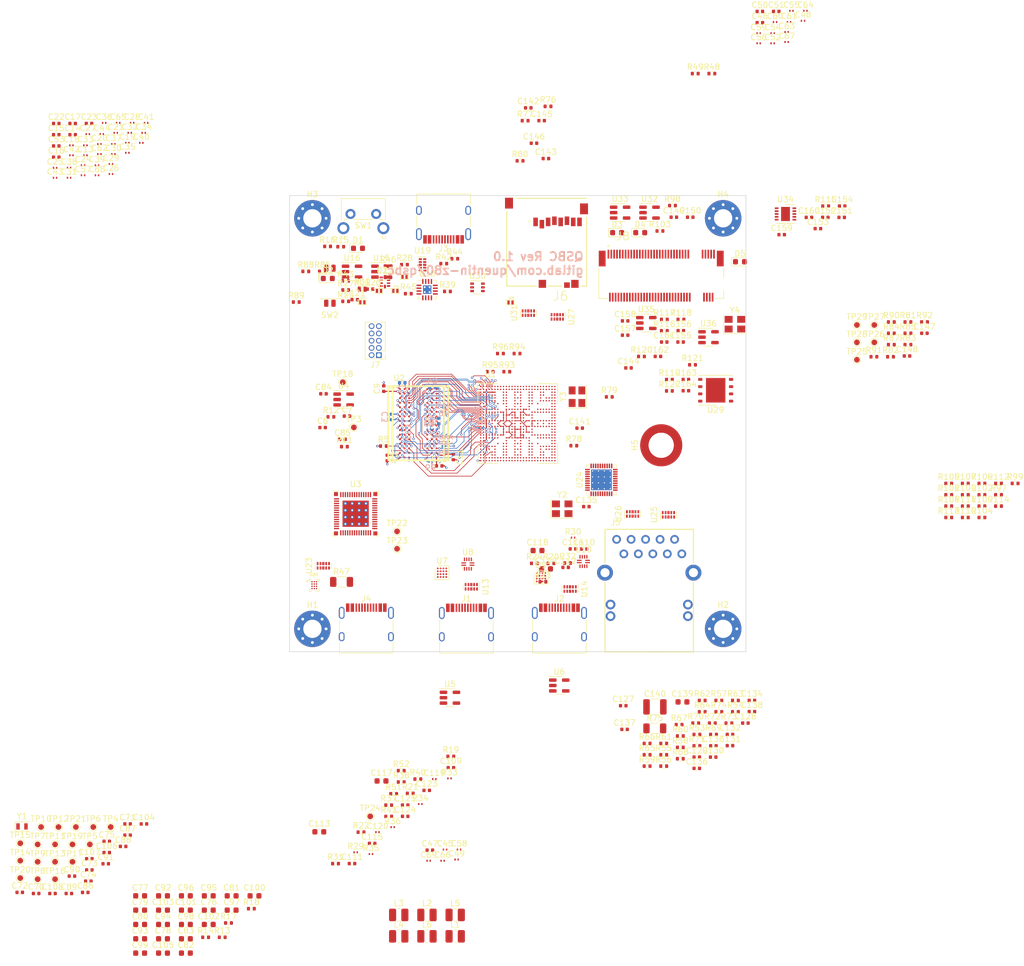
<source format=kicad_pcb>
(kicad_pcb (version 20211014) (generator pcbnew)
  (layers (0 "F.Cu" signal) (1 "In1.Cu" power) (2 "In2.Cu" signal) (3 "In3.Cu" power) (4 "In4.Cu" power) (5 "In5.Cu" signal) (6 "In6.Cu" signal) (31 "B.Cu" signal) (34 "B.Paste" user) (35 "F.Paste" user) (36 "B.SilkS" user "B.Silkscreen") (37 "F.SilkS" user "F.Silkscreen") (38 "B.Mask" user) (39 "F.Mask" user) (44 "Edge.Cuts" user))
  (net 0 "")
  (net 1 "/Misc/CLK_32K_OUT")
  (net 2 "GND")
  (net 3 "/DDR/DRAM_D01")
  (net 4 "/DDR/DRAM_D02")
  (net 5 "/DDR/DRAM_A01")
  (net 6 "/DDR/DRAM_A13")
  (net 7 "/DDR/DRAM_DQS0_P")
  (net 8 "/DDR/DRAM_DMI0")
  (net 9 "/DDR/DRAM_D00")
  (net 10 "/DDR/DRAM_D03")
  (net 11 "/DDR/DRAM_D06")
  (net 12 "/DDR/DRAM_DQS0_N")
  (net 13 "/DDR/DRAM_D05")
  (net 14 "/DDR/DRAM_D07")
  (net 15 "/DDR/DRAM_D15")
  (net 16 "/DDR/DRAM_D04")
  (net 17 "/DDR/DRAM_A09")
  (net 18 "/DDR/DRAM_DQS1_N")
  (net 19 "/DDR/DRAM_D14")
  (net 20 "/DDR/DRAM_D08")
  (net 21 "/DDR/DRAM_DQS1_P")
  (net 22 "/DDR/DRAM_D09")
  (net 23 "/DDR/DRAM_DMI1")
  (net 24 "/DDR/DRAM_D10")
  (net 25 "/DDR/DRAM_D11")
  (net 26 "/DDR/DRAM_D12")
  (net 27 "/DDR/DRAM_D13")
  (net 28 "/DDR/DRAM_A06")
  (net 29 "/DDR/DRAM_A08")
  (net 30 "/DDR/DRAM_VREF")
  (net 31 "/DDR/DRAM_A03")
  (net 32 "/DDR/DRAM_A05")
  (net 33 "/DDR/DRAM_A07")
  (net 34 "/DDR/DRAM_A12")
  (net 35 "/DDR/DRAM_A11")
  (net 36 "/DDR/DRAM_A15")
  (net 37 "/DDR/DRAM_A16")
  (net 38 "/DDR/DRAM_A14")
  (net 39 "/DDR/DRAM_A10")
  (net 40 "/DDR/DRAM_A04")
  (net 41 "/DDR/DRAM_A02")
  (net 42 "/DDR/DRAM_A00")
  (net 43 "/DDR/DRAM_BG0")
  (net 44 "/DDR/DRAM_CK_P")
  (net 45 "/DDR/DRAM_CKE")
  (net 46 "/DDR/DRAM_ODT")
  (net 47 "/DDR/DRAM_BA0")
  (net 48 "/DDR/DRAM_BA1")
  (net 49 "/DDR/DRAM_CK_N")
  (net 50 "/Power/VSYS_5V")
  (net 51 "/Ethernet/DVDD_ENET_3.3V")
  (net 52 "/Ethernet/AVDD_ENET_3.3V")
  (net 53 "/Ethernet/DVDD_ENET_1V")
  (net 54 "/Ethernet/AVDD_ENET_1V")
  (net 55 "/Ethernet/XTAL_OUT")
  (net 56 "/DDR/DRAM_BG1")
  (net 57 "/Ethernet/VDD_ENET_1V")
  (net 58 "/Ethernet/XTAL_IN")
  (net 59 "/Ethernet/NVCC_ENET_1.8V")
  (net 60 "GNDPWR")
  (net 61 "/Power/VDD_PHY_0.9V")
  (net 62 "/Ethernet/TRD0_P")
  (net 63 "/Ethernet/TRD0_N")
  (net 64 "/Ethernet/TRD1_P")
  (net 65 "/Ethernet/TRD1_N")
  (net 66 "/Ethernet/TRD2_P")
  (net 67 "/Ethernet/TRD2_N")
  (net 68 "/Ethernet/TRD3_P")
  (net 69 "/Ethernet/TRD3_N")
  (net 70 "/Ethernet/ENET_LED2")
  (net 71 "/Ethernet/ENET_LED1")
  (net 72 "/PCIe/M2_REFCLK_N")
  (net 73 "/PCIe/M2_REFCLK_P")
  (net 74 "/Ethernet/ENET_RD3")
  (net 75 "/Ethernet/ENET_RX_CTL")
  (net 76 "/Ethernet/ENET_RD1")
  (net 77 "/Ethernet/ENET_RD2")
  (net 78 "/Ethernet/ENET_RXC")
  (net 79 "/Ethernet/ENET_RD0")
  (net 80 "/Ethernet/~{ENET_RESET}")
  (net 81 "/Ethernet/~{ENET_INT}")
  (net 82 "/Ethernet/ENET_MDIO")
  (net 83 "/Ethernet/ENET_LED0")
  (net 84 "/PCIe/PCIE_RESREF")
  (net 85 "/PCIe/PCIE_RX_N")
  (net 86 "/PCIe/PCIE_TX_N")
  (net 87 "/PCIe/PCIE_REFCLK_P")
  (net 88 "/Ethernet/ENET_MDC")
  (net 89 "/Ethernet/ENET_TX_CTL")
  (net 90 "/Ethernet/ENET_TD3")
  (net 91 "/Ethernet/ENET_TD1")
  (net 92 "/Ethernet/ENET_TXC")
  (net 93 "/DDR/DRAM_ZN")
  (net 94 "/DDR/DRAM_PARITY")
  (net 95 "/DDR/PHY_VREF")
  (net 96 "/Power/VDD_PHY_1.2V")
  (net 97 "/Power/VDDA_1.8V")
  (net 98 "/Power/LDO5_3.3V")
  (net 99 "/Ethernet/ENET_TD2")
  (net 100 "/Ethernet/ENET_TD0")
  (net 101 "/Power/INTLDO_1.5V")
  (net 102 "/PCIe/PCIE_RX_P")
  (net 103 "/USB/USB3_DP")
  (net 104 "/USB/USB3_DN")
  (net 105 "/USB/USB1_DP")
  (net 106 "/USB/USB1_DN")
  (net 107 "/USB/USB2_CC1")
  (net 108 "/USB/USB2_DP")
  (net 109 "/USB/USB2_DN")
  (net 110 "/USB/USB2_CC2")
  (net 111 "/USB/USB2_ID")
  (net 112 "/PCIe/PCIE_TX_P")
  (net 113 "/Power/NVCC_SD2")
  (net 114 "/Power/VDD_SOC_0.8V")
  (net 115 "/Power/VDD_ARM_0.9V")
  (net 116 "/Power/VDD_DRAM_xPU_0.9V")
  (net 117 "/USB/USB1_ID")
  (net 118 "/PCIe/PCIE_REFCLK_N")
  (net 119 "/PCIe/PCIE_TX_R_N")
  (net 120 "/PCIe/PCIE_TX_R_P")
  (net 121 "/Power/~{WDOG}")
  (net 122 "/Power/BUCK1_LX")
  (net 123 "/Power/BUCK2_LX")
  (net 124 "/Power/BUCK5_LX")
  (net 125 "/Power/BUCK8_LX")
  (net 126 "/Power/BUCK6_LX")
  (net 127 "/Power/BUCK7_LX")
  (net 128 "/USB/USB2_VBUS_EN_R")
  (net 129 "/Storage/VDD_SD2")
  (net 130 "/Misc/JTAG_TMS")
  (net 131 "/Misc/JTAG_TCK")
  (net 132 "/Misc/JTAG_TDO")
  (net 133 "/Misc/JTAG_TDI")
  (net 134 "/Misc/~{JTAG_TRST}")
  (net 135 "/USB/USB4_DP")
  (net 136 "/USB/USB4_DN")
  (net 137 "/PCIe/~{M2_RESET_3.3V}")
  (net 138 "/PCIe/~{M2_CLKREQ_3.3V}")
  (net 139 "/PCIe/~{M2_WAKE_3.3V}")
  (net 140 "/Peripherals/~{USB2_VBUS_FLT}")
  (net 141 "/Peripherals/~{USB2_INT}")
  (net 142 "/Peripherals/~{USB1_VBUS_FLT}")
  (net 143 "/Peripherals/~{USB1_INT}")
  (net 144 "/Peripherals/UART2_RXI")
  (net 145 "/Peripherals/UART2_TXO")
  (net 146 "/Peripherals/UART2_RTS")
  (net 147 "/Peripherals/UART2_CTS")
  (net 148 "/Peripherals/~{INA_ALERT}")
  (net 149 "/Storage/NVCC_SD2")
  (net 150 "/Storage/~{SD2_RESET}")
  (net 151 "/Storage/SD2_DATA0")
  (net 152 "/Storage/SD2_CLK_R")
  (net 153 "/Storage/SD2_CLK")
  (net 154 "/Storage/~{QSPI_CS}")
  (net 155 "/Storage/SD2_CMD")
  (net 156 "/Misc/JTAG_MOD")
  (net 157 "/Peripherals/I2C4_SDA")
  (net 158 "/Peripherals/I2C4_SCL")
  (net 159 "/PCIe/~{M2_RESET}")
  (net 160 "/PCIe/~{M2_WAKE}")
  (net 161 "/Storage/~{SD2_CD}")
  (net 162 "/Peripherals/USB1_VBUS_EN")
  (net 163 "/Storage/SD2_DATA1")
  (net 164 "/Peripherals/USB2_VBUS_EN")
  (net 165 "/Peripherals/~{WDOG}")
  (net 166 "/Peripherals/UART4_TXO")
  (net 167 "/Peripherals/UART4_RXI")
  (net 168 "/Storage/QSPI_DATA2")
  (net 169 "/Storage/QSPI_DATA1")
  (net 170 "/Storage/QSPI_CLK")
  (net 171 "/USB/USB2_VBUS")
  (net 172 "/USB/USB1_VBUS")
  (net 173 "/Storage/QSPI_DATA3")
  (net 174 "/USB/USB3_VBUS")
  (net 175 "/USB/USB3_CC1")
  (net 176 "/USB/USB3_CC2")
  (net 177 "/USB/USB1_CC1")
  (net 178 "/USB/USB1_CC2")
  (net 179 "/USB/USB4_VBUS")
  (net 180 "/USB/USB4_CC1")
  (net 181 "/USB/USB4_CC2")
  (net 182 "/Storage/QSPI_DATA0")
  (net 183 "/Storage/SD2_DATA3")
  (net 184 "/Storage/SD2_DATA2")
  (net 185 "/USB/USBUART_DP")
  (net 186 "/USB/USBUART_DN")
  (net 187 "/i.MX8MM Power/MIPI_VREG_CAP")
  (net 188 "/Peripherals/BT_CFG7")
  (net 189 "/Peripherals/BT_CFG6")
  (net 190 "/Peripherals/BT_CFG5")
  (net 191 "/Peripherals/BT_CFG4")
  (net 192 "/Peripherals/BT_CFG3")
  (net 193 "/Peripherals/BT_CFG2")
  (net 194 "/USB/USB1_VBUS_EN_R")
  (net 195 "/Peripherals/BT_CFG1")
  (net 196 "/Peripherals/BT_CFG0")
  (net 197 "/Peripherals/BT_CFG15")
  (net 198 "/Peripherals/BT_CFG14")
  (net 199 "/Peripherals/BT_CFG13")
  (net 200 "/Peripherals/BT_CFG12")
  (net 201 "/Peripherals/BT_CFG11")
  (net 202 "/Peripherals/BT_CFG10")
  (net 203 "/Peripherals/BT_CFG9")
  (net 204 "/Peripherals/BT_CFG8")
  (net 205 "/Misc/BOOT_MODE0")
  (net 206 "/Misc/BOOT_MODE1")
  (net 207 "/Misc/VDD_SNVS_0.8V")
  (net 208 "/Misc/ONOFF")
  (net 209 "/Power/~{PWRON}")
  (net 210 "/Misc/~{RTC_RESET}")
  (net 211 "/Misc/~{POR}")
  (net 212 "/Misc/TS_RES_EXT")
  (net 213 "/Misc/TEST_MODE")
  (net 214 "/Peripherals/I2C1_SCL")
  (net 215 "/Peripherals/I2C1_SDA")
  (net 216 "/Peripherals/SD2_VSELECT")
  (net 217 "/Misc/PMIC_STBY_REQ")
  (net 218 "/Misc/PMIC_ON_REQ")
  (net 219 "/Peripherals/~{PMIC_INT}")
  (net 220 "Net-(C1-Pad1)")
  (net 221 "Net-(C104-Pad1)")
  (net 222 "Net-(C139-Pad1)")
  (net 223 "Net-(D1-Pad1)")
  (net 224 "Net-(D1-Pad2)")
  (net 225 "Net-(D2-Pad1)")
  (net 226 "Net-(D2-Pad2)")
  (net 227 "Net-(D3-Pad1)")
  (net 228 "Net-(D3-Pad2)")
  (net 237 "Net-(J5-Pad11)")
  (net 238 "Net-(J5-Pad14)")
  (net 273 "Net-(J8-Pad69)")
  (net 274 "Net-(R6-Pad2)")
  (net 275 "Net-(R8-Pad1)")
  (net 276 "Net-(R9-Pad1)")
  (net 277 "Net-(R10-Pad2)")
  (net 278 "Net-(R15-Pad2)")
  (net 279 "Net-(R27-Pad1)")
  (net 280 "Net-(R28-Pad1)")
  (net 281 "Net-(R29-Pad1)")
  (net 282 "Net-(R30-Pad1)")
  (net 283 "Net-(R31-Pad1)")
  (net 284 "Net-(R32-Pad1)")
  (net 285 "Net-(R33-Pad1)")
  (net 286 "Net-(R34-Pad1)")
  (net 287 "Net-(R35-Pad1)")
  (net 288 "Net-(R36-Pad1)")
  (net 289 "Net-(R37-Pad2)")
  (net 290 "Net-(R38-Pad2)")
  (net 291 "Net-(R39-Pad2)")
  (net 292 "Net-(R40-Pad2)")
  (net 293 "Net-(R45-Pad1)")
  (net 294 "Net-(R86-Pad2)")
  (net 410 "Net-(C106-Pad1)")
  (net 411 "Net-(C113-Pad1)")
  (net 412 "Net-(C114-Pad1)")
  (net 413 "Net-(C141-Pad1)")
  (net 414 "Net-(C147-Pad1)")
  (net 415 "Net-(C148-Pad1)")
  (net 416 "/DDR/~{DRAM_ALERT}")
  (net 417 "/DDR/~{DRAM_RESET}")
  (net 418 "/DDR/~{DRAM_ACT}")
  (net 419 "/DDR/~{DRAM_CS0}")
  (net 442 "Net-(R48-Pad2)")
  (net 443 "Net-(R68-Pad1)")
  (net 444 "Net-(R83-Pad2)")
  (net 445 "Net-(R88-Pad2)")
  (net 446 "/Misc/NVCC_SNVS_1.8V")
  (net 447 "Net-(D4-Pad1)")
  (net 448 "Net-(D4-Pad2)")
  (net 449 "Net-(D5-Pad1)")
  (net 450 "Net-(D5-Pad2)")
  (net 451 "/Peripherals/VDD_3.3V")
  (net 452 "/Peripherals/LED1")
  (net 453 "/Peripherals/LED0")
  (net 454 "Net-(C153-Pad1)")
  (net 455 "Net-(C154-Pad1)")
  (net 456 "VDD_1.8V")
  (net 457 "VDD_3.3V")
  (net 459 "/DDR/VPP_2.5V")
  (net 460 "/DDR/VDD_DRAM_1.2V")
  (net 461 "/Power/NVCC_DRAM_1.2V")
  (footprint "qsbc:C_0201_0603Metric" (layer "F.Cu") (at 123.35 170.58)
    (fp_text reference "C120")
    (fp_text value "0.22uF")
  )
  (footprint "Resistor_SMD:R_0402_1005Metric" (layer "F.Cu") (at 113.69 72.24)
    (fp_text reference "R86")
    (fp_text value "10K")
  )
  (footprint "qsbc:C_0201_0603Metric" (layer "F.Cu") (at 74.6 51.66)
    (fp_text reference "C62")
    (fp_text value "0.22uF")
  )
  (footprint "Resistor_SMD:R_0402_1005Metric" (layer "F.Cu") (at 180.27 149.48)
    (fp_text reference "R64")
    (fp_text value "0R")
  )
  (footprint "Crystal:Crystal_SMD_3225-4Pin_3.2x2.5mm" (layer "F.Cu") (at 158.32 94.22 90)
    (fp_text reference "Y3")
    (fp_text value "24Mhz")
  )
  (footprint "qsbc:C_0201_0603Metric" (layer "F.Cu") (at 195.07 32.01)
    (fp_text reference "C67")
    (fp_text value "0.22uF")
  )
  (footprint "qsbc:C_0201_0603Metric" (layer "F.Cu") (at 79.5 51.44)
    (fp_text reference "C35")
    (fp_text value "1uF")
  )
  (footprint "LED_SMD:LED_0603_1608Metric" (layer "F.Cu") (at 165.35 65.45)
    (fp_text reference "D3")
    (fp_text value "LED_Green")
  )
  (footprint "qsbc:C_0201_0603Metric" (layer "F.Cu") (at 77.47 47.94)
    (fp_text reference "C21")
    (fp_text value "1uF")
  )
  (footprint "Package_DFN_QFN:Texas_R-PUQFN-N10" (layer "F.Cu") (at 124.65 74.05)
    (fp_text reference "U22")
    (fp_text value "TS3USB221E")
  )
  (footprint "Package_SON:USON-10_2.5x1.0mm_P0.5mm" (layer "F.Cu") (at 131.24 71.09)
    (fp_text reference "U19")
    (fp_text value "TPD4EUSB30")
  )
  (footprint "Capacitor_SMD:C_0402_1005Metric" (layer "F.Cu") (at 122.41 172.57)
    (fp_text reference "C115")
    (fp_text value "0.1uF")
  )
  (footprint "qsbc:DFN100X60X45-2N" (layer "F.Cu") (at 126.48 75.66)
    (fp_text reference "U11")
    (fp_text value "D5V0H1B2LP")
  )
  (footprint "qsbc:C_0201_0603Metric" (layer "F.Cu") (at 192.62 30.48)
    (fp_text reference "C54")
    (fp_text value "0.22uF")
  )
  (footprint "qsbc:C_0201_0603Metric" (layer "F.Cu") (at 72.57 48.16)
    (fp_text reference "C27")
    (fp_text value "1uF")
  )
  (footprint "Capacitor_SMD:C_0603_1608Metric" (layer "F.Cu") (at 124.05 161.61)
    (fp_text reference "C117")
    (fp_text value "10uF")
  )
  (footprint "Capacitor_SMD:C_0402_1005Metric" (layer "F.Cu") (at 67.04 50.24)
    (fp_text reference "C53")
    (fp_text value "10uF")
  )
  (footprint "qsbc:DFN100X60X45-2N" (layer "F.Cu") (at 146.67 77.7)
    (fp_text reference "U28")
    (fp_text value "D5V0H1B2LP")
  )
  (footprint "Resistor_SMD:R_0402_1005Metric" (layer "F.Cu") (at 130.42 161.28)
    (fp_text reference "R40")
    (fp_text value "0R")
  )
  (footprint "qsbc:DFN100X60X45-2N" (layer "F.Cu") (at 123.61 75.66)
    (fp_text reference "U17")
    (fp_text value "D5V0H1B2LP")
  )
  (footprint "Capacitor_SMD:C_0402_1005Metric" (layer "F.Cu") (at 150.78 49.76)
    (fp_text reference "C146")
    (fp_text value "0.1uF")
  )
  (footprint "qsbc:C_0201_0603Metric" (layer "F.Cu") (at 77.05 51.66)
    (fp_text reference "C30")
    (fp_text value "1uF")
  )
  (footprint "qsbc:C_0201_0603Metric" (layer "F.Cu") (at 190.17 32.23)
    (fp_text reference "C56")
    (fp_text value "0.22uF")
  )
  (footprint "Resistor_SMD:R_0402_1005Metric" (layer "F.Cu") (at 201.91 60.79)
    (fp_text reference "R115")
    (fp_text value "8.2K")
  )
  (footprint "Package_DFN_QFN:DFN-10-1EP_3x3mm_P0.5mm_EP1.55x2.48mm" (layer "F.Cu") (at 194.87 62.17)
    (fp_text reference "U34")
    (fp_text value "SI52112-B5-GM2")
  )
  (footprint "Resistor_SMD:R_0402_1005Metric" (layer "F.Cu") (at 179.34 155.45)
    (fp_text reference "R71")
    (fp_text value "4.7K")
  )
  (footprint "Resistor_SMD:R_0402_1005Metric" (layer "F.Cu") (at 235.12 109.43)
    (fp_text reference "R99")
    (fp_text value "10K")
  )
  (footprint "Resistor_SMD:R_0402_1005Metric" (layer "F.Cu") (at 223.48 115.4)
    (fp_text reference "R113")
    (fp_text value "10K")
  )
  (footprint "Capacitor_SMD:C_0402_1005Metric" (layer "F.Cu") (at 79.54 171.12)
    (fp_text reference "C87")
    (fp_text value "1uF")
  )
  (footprint "Resistor_SMD:R_0402_1005Metric" (layer "F.Cu") (at 174.52 93.2)
    (fp_text reference "R122")
    (fp_text value "10K")
  )
  (footprint "Resistor_SMD:R_0402_1005Metric" (layer "F.Cu") (at 226.39 109.43)
    (fp_text reference "R107")
    (fp_text value "10K")
  )
  (footprint "Capacitor_SMD:C_0402_1005Metric" (layer "F.Cu") (at 132.53 173.75)
    (fp_text reference "C47")
    (fp_text value "10uF")
  )
  (footprint "Inductor_SMD:L_1008_2520Metric" (layer "F.Cu") (at 136.97 185.11)
    (fp_text reference "L5")
    (fp_text value "0.47uH")
  )
  (footprint "Resistor_SMD:R_0402_1005Metric" (layer "F.Cu") (at 216.33 85.09)
    (fp_text reference "R83")
    (fp_text value "0R")
  )
  (footprint "Capacitor_SMD:C_0402_1005Metric" (layer "F.Cu") (at 72.84 177.22)
    (fp_text reference "C73")
    (fp_text value "4.7uF")
  )
  (footprint "Connector_USB:USB_C_Receptacle_HRO_TYPE-C-31-M-12" (layer "F.Cu") (at 134.93 62.58 180)
    (fp_text reference "J3")
    (fp_text value "USB_C_Receptacle_USB2.0")
  )
  (footprint "Package_CSP:WLCSP-16_2.225x2.17mm_P0.5mm" (layer "F.Cu") (at 152.01 125.87)
    (fp_text reference "U9")
    (fp_text value "NX5P3363")
  )
  (footprint "Capacitor_SMD:C_0402_1005Metric" (layer "F.Cu") (at 63.51 181.35)
    (fp_text reference "C70")
    (fp_text value "2.2uF")
  )
  (footprint "Capacitor_SMD:C_0603_1608Metric" (layer "F.Cu") (at 85.75 184.27)
    (fp_text reference "C103")
    (fp_text value "22uF")
  )
  (footprint "qsbc:C_0201_0603Metric" (layer "F.Cu") (at 133.31 161.27)
    (fp_text reference "C119")
    (fp_text value "0.22uF")
  )
  (footprint "Capacitor_SMD:C_0402_1005Metric" (layer "F.Cu") (at 188.98 147.48)
    (fp_text reference "C134")
    (fp_text value "0.1uF")
  )
  (footprint "qsbc:C_0201_0603Metric" (layer "F.Cu") (at 66.83 54.07)
    (fp_text reference "C25")
    (fp_text value "1uF")
  )
  (footprint "Capacitor_SMD:C_0603_1608Metric" (layer "F.Cu") (at 152.89 124.42)
    (fp_text reference "C114")
    (fp_text value "1nF")
  )
  (footprint "TestPoint:TestPoint_Pad_D1.0mm" (layer "F.Cu") (at 117.27 91.68)
    (fp_text reference "TP18")
    (fp_text value "TestPoint")
  )
  (footprint "Capacitor_SMD:C_0402_1005Metric" (layer "F.Cu") (at 67.04 46.3)
    (fp_text reference "C22")
    (fp_text value "10uF")
  )
  (footprint "Resistor_SMD:R_0402_1005Metric" (layer "F.Cu") (at 120.68 75.505)
    (fp_text reference "R26")
    (fp_text value "0R")
  )
  (footprint "Inductor_SMD:L_1008_2520Metric" (layer "F.Cu") (at 132.02 185.11)
    (fp_text reference "L2")
    (fp_text value "0.47uH")
  )
  (footprint "Package_SON:USON-10_2.5x1.0mm_P0.5mm" (layer "F.Cu") (at 157.11 127.95 -90)
    (fp_text reference "U14")
    (fp_text value "TPD4EUSB30")
  )
  (footprint "qsbc:C_0201_0603Metric" (layer "F.Cu") (at 72.15 51.88)
    (fp_text reference "C13")
    (fp_text value "1uF")
  )
  (footprint "Resistor_SMD:R_1206_3216Metric" (layer "F.Cu") (at 117.05 126.7)
    (fp_text reference "R47")
    (fp_text value "10m")
  )
  (footprint "Capacitor_SMD:C_0402_1005Metric" (layer "F.Cu") (at 187.84 151.46)
    (fp_text reference "C128")
    (fp_text value "0.1uF")
  )
  (footprint "TestPoint:TestPoint_Pad_D1.0mm" (layer "F.Cu") (at 60.73 178.64)
    (fp_text reference "TP20")
    (fp_text value "TestPoint")
  )
  (footprint "Capacitor_SMD:C_0402_1005Metric" (layer "F.Cu") (at 75.71 176.14)
    (fp_text reference "C91")
    (fp_text value "4.7uF")
  )
  (footprint "Package_TO_SOT_SMD:SOT-23-5" (layer "F.Cu") (at 155.2175 144.87)
    (fp_text reference "U6")
    (fp_text value "74LVC1G04")
  )
  (footprint "Resistor_SMD:R_0402_1005Metric" (layer "F.Cu") (at 149.23 45.81)
    (fp_text reference "R77")
    (fp_text value "10K")
  )
  (footprint "qsbc:C_0201_0603Metric" (layer "F.Cu") (at 77.89 46.19)
    (fp_text reference "C65")
    (fp_text value "0.22uF")
  )
  (footprint "Resistor_SMD:R_0402_1005Metric" (layer "F.Cu") (at 223.48 111.42)
    (fp_text reference "R101")
    (fp_text value "10K")
  )
  (footprint "Resistor_SMD:R_0402_1005Metric" (layer "F.Cu") (at 229.3 115.4)
    (fp_text reference "R104")
    (fp_text value "10K")
  )
  (footprint "Resistor_SMD:R_0402_1005Metric" (layer "F.Cu") (at 125.31 165.85)
    (fp_text reference "R37")
    (fp_text value "0R")
  )
  (footprint "Capacitor_SMD:C_0603_1608Metric" (layer "F.Cu") (at 93.77 181.76)
    (fp_text reference "C95")
    (fp_text value "22uF")
  )
  (footprint "Resistor_SMD:R_0402_1005Metric" (layer "F.Cu") (at 179.34 153.46)
    (fp_text reference "R53")
    (fp_text value "4.7K")
  )
  (footprint "Resistor_SMD:R_0402_1005Metric" (layer "F.Cu") (at 176.43 153.73)
    (fp_text reference "R60")
    (fp_text value "4.7K")
  )
  (footprint "qsbc:C_0201_0603Metric" (layer "F.Cu") (at 66.83 55.82)
    (fp_text reference "C43")
    (fp_text value "1uF")
  )
  (footprint "Resistor_SMD:R_0402_1005Metric" (layer "F.Cu") (at 182.04 151.47)
    (fp_text reference "R72")
    (fp_text value "4.7K")
  )
  (footprint "qsbc:C_0201_0603Metric" (layer "F.Cu") (at 74.18 53.63)
    (fp_text reference "C39")
    (fp_text value "1uF")
  )
  (footprint "Resistor_SMD:R_0402_1005Metric" (layer "F.Cu") (at 115.18 97.75)
    (fp_text reference "R12")
    (fp_text value "1K")
  )
  (footprint "Package_SON:USON-10_2.5x1.0mm_P0.5mm" (layer "F.Cu") (at 174.35 114.93 90)
    (fp_text reference "U25")
    (fp_text value "TPD4EUSB30")
  )
  (footprint "qsbc:C_0201_0603Metric" (layer "F.Cu") (at 77.05 49.91)
    (fp_text reference "C37")
    (fp_text value "1uF")
  )
  (footprint "MountingHole:MountingHole_3.2mm_M3_Pad_Via" (layer "F.Cu") (at 183.94 62.93)
    (fp_text reference "H4")
    (fp_text value "MountingHole_Pad")
  )
  (footprint "Capacitor_SMD:C_0603_1608Metric" (layer "F.Cu") (at 85.75 189.29)
    (fp_text reference "C78")
    (fp_text value "10uF")
  )
  (footprint "Capacitor_SMD:C_0603_1608Metric" (layer "F.Cu") (at 89.76 189.29)
    (fp_text reference "C83")
    (fp_text value "10uF")
  )
  (footprint "Capacitor_SMD:C_0603_1608Metric" (layer "F.Cu") (at 81.74 186.78)
    (fp_text reference "C80")
    (fp_text value "10uF")
  )
  (footprint "Capacitor_SMD:C_0402_1005Metric" (layer "F.Cu") (at 166.43 148.41)
    (fp_text reference "C127")
    (fp_text value "0.1uF")
  )
  (footprint "Capacitor_SMD:C_0402_1005Metric" (layer "F.Cu") (at 204.72 62.77)
    (fp_text reference "C151")
    (fp_text value "4.7uF")
  )
  (footprint "Resistor_SMD:R_0402_1005Metric" (layer "F.Cu") (at 125.21 71.31)
    (fp_text reference "R46")
    (fp_text value "2.2K")
  )
  (footprint "Package_DFN_QFN:Texas_X2QFN-12_1.6x1.6mm_P0.4mm" (layer "F.Cu") (at 159.45 123.12)
    (fp_text reference "U10")
    (fp_text value "TUSB320LAI")
  )
  (footprint "Capacitor_SMD:C_0402_1005Metric" (layer "F.Cu") (at 201.85 62.77)
    (fp_text reference "C152")
    (fp_text value "0.1uF")
  )
  (footprint "Package_TO_SOT_SMD:SOT-23-5" (layer "F.Cu") (at 124.04 72.285)
    (fp_text reference "U15")
    (fp_text value "74LVC1G07")
  )
  (footprint "qsbc:C_0201_0603Metric" (layer "F.Cu") (at 75.44 46.19)
    (fp_text reference "C36")
    (fp_text value "1uF")
  )
  (footprint "Resistor_SMD:R_0402_1005Metric" (layer "F.Cu") (at 157.76 102.81)
    (fp_text reference "R78")
    (fp_text value "0R")
  )
  (footprint "Capacitor_SMD:C_0603_1608Metric" (layer "F.Cu") (at 101.79 181.76)
    (fp_text reference "C100")
    (fp_text value "22uF")
  )
  (footprint "qsbc:C_0201_0603Metric" (layer "F.Cu") (at 76.63 53.41)
    (fp_text reference "C29")
    (fp_text value "1uF")
  )
  (footprint "Capacitor_SMD:C_0402_1005Metric" (layer "F.Cu") (at 118 97.62)
    (fp_text reference "C7")
    (fp_text value "1uF")
  )
  (footprint "Resistor_SMD:R_1206_3216Metric" (layer "F.Cu") (at 171.96 152.39)
    (fp_text reference "R75")
    (fp_text value "1M")
  )
  (footprint "Capacitor_SMD:C_0402_1005Metric" (layer "F.Cu") (at 185.14 153.45)
    (fp_text reference "C132")
    (fp_text value "0.1uF")
  )
  (footprint "Connector_USB:USB_C_Receptacle_HRO_TYPE-C-31-M-12" (layer "F.Cu") (at 121.39 135.26)
    (fp_text reference "J4")
    (fp_text value "USB_C_Receptacle_USB2.0")
  )
  (footprint "Package_SON:USON-10_2.5x1.0mm_P0.5mm" (layer "F.Cu") (at 168.07 114.78 90)
    (fp_text reference "U26")
    (fp_text value "TPD4EUSB30")
  )
  (footprint "Capacitor_SMD:C_0402_1005Metric" (layer "F.Cu") (at 219.22 83.09)
    (fp_text reference "C147")
    (fp_text value "14pF")
  )
  (footprint "Resistor_SMD:R_0402_1005Metric" (layer "F.Cu") (at 223.48 113.41)
    (fp_text reference "R106")
    (fp_text value "10K")
  )
  (footprint "Capacitor_SMD:C_0402_1005Metric" (layer "F.Cu") (at 193.25 26.65)
    (fp_text reference "C51")
    (fp_text value "4.7uF")
  )
  (footprint "qsbc:C_0201_0603Metric" (layer "F.Cu") (at 71.73 53.63)
    (fp_text reference "C24")
    (fp_text value "1uF")
  )
  (footprint "Resistor_SMD:R_0402_1005Metric" (layer "F.Cu") (at 176.22 151.74)
    (fp_text reference "R67")
    (fp_text value "0R")
  )
  (footprint "Capacitor_SMD:C_0603_1608Metric" (layer "F.Cu") (at 81.74 181.76)
    (fp_text reference "C77")
    (fp_text value "10uF")
  )
  (footprint "Resistor_SMD:R_0402_1005Metric" (layer "F.Cu") (at 136.2 157.3)
    (fp_text reference "R19")
    (fp_text value "100K")
  )
  (footprint "Resistor_SMD:R_0402_1005Metric" (layer "F.Cu") (at 210.37 87.21)
    (fp_text reference "R91")
    (fp_text value "100K")
  )
  (footprint "qsbc:C_0201_0603Metric" (layer "F.Cu") (at 190.17 30.48)
    (fp_text reference "C59")
    (fp_text value "0.22uF")
  )
  (footprint "Capacitor_SMD:C_0402_1005Metric" (layer "F.Cu") (at 200.55 64.74)
    (fp_text reference "C153")
    (fp_text value "14pF")
  )
  (footprint "Capacitor_SMD:C_0402_1005Metric" (layer "F.Cu") (at 136.64 104.79 -90)
    (fp_text reference "C11")
    (fp_text value "4.7uF")
  )
  (footprint "Capacitor_SMD:C_0402_1005Metric" (layer "F.Cu") (at 69.91 46.3)
    (fp_text reference "C17")
    (fp_text value "10uF")
  )
  (footprint "LED_SMD:LED_0603_1608Metric" (layer "F.Cu") (at 169.4 65.45)
    (fp_text reference "D4")
    (fp_text value "LED_Red")
  )
  (footprint "Capacitor_SMD:C_0402_1005Metric" (layer "F.Cu") (at 167.35 89.17)
    (fp_text reference "C144")
    (fp_text value "0.1uF")
  )
  (footprint "Resistor_SMD:R_0402_1005Metric" (layer "F.Cu") (at 146.01 89.83)
    (fp_text reference "R93")
    (fp_text value "4.7K")
  )
  (footprint "qsbc:C_0201_0603Metric" (layer "F.Cu") (at 74.6 49.91)
    (fp_text reference "C20")
    (fp_text value "1uF")
  )
  (footprint "Resistor_SMD:R_0402_1005Metric" (layer "F.Cu") (at 178.57 88.62)
    (fp_text reference "R121")
    (fp_text value "10K")
  )
  (footprint "qsbc:C_0201_0603Metric" (layer "F.Cu") (at 71.73 55.38)
    (fp_text reference "C57")
    (fp_text value "0.22uF")
  )
  (footprint "Resistor_SMD:R_0402_1005Metric" (layer "F.Cu") (at 180.27 147.49)
    (fp_text reference "R62")
    (fp_text value "1.5K")
  )
  (footprint "Capacitor_SMD:C_0402_1005Metric" (layer "F.Cu") (at 173.61 84.63)
    (fp_text reference "C161")
    (fp_text value "0.1uF")
  )
  (footprint "Capacitor_SMD:C_0402_1005Metric" (layer "F.Cu") (at 157.61 120.91)
    (fp_text reference "C116")
    (fp_text value "0.1uF")
  )
  (footprint "Resistor_SMD:R_0402_1005Metric" (layer "F.Cu") (at 115.99 176.11)
    (fp_text reference "R31")
    (fp_text value "1M")
  )
  (footprint "Crystal:Crystal_SMD_3225-4Pin_3.2x2.5mm" (layer "F.Cu") (at 155.73 113.87)
    (fp_text reference "Y2")
    (fp_text value "25MHz")
  )
  (footprint "Capacitor_SMD:C_0402_1005Metric" (layer "F.Cu") (at 128.2 167.81)
    (fp_text reference "C124")
    (fp_text value "0.1uF")
  )
  (footprint "Resistor_SMD:R_0402_1005Metric" (layer "F.Cu") (at 120.66 75.22)
    (fp_text reference "R50")
    (fp_text value "10K")
  )
  (footprint "Resistor_SMD:R_0402_1005Metric" (layer "F.Cu") (at 117.77 75.505)
    (fp_text reference "R27")
    (fp_text value "0R")
  )
  (footprint "Resistor_SMD:R_0402_1005Metric" (layer "F.Cu") (at 172.86 65.15)
    (fp_text reference "R103")
    (fp_text value "2.2K")
  )
  (footprint "Resistor_SMD:R_0402_1005Metric" (layer "F.Cu") (at 219.24 81.11)
    (fp_text reference "R92")
    (fp_text value "10K")
  )
  (footprint "Package_TO_SOT_SMD:SOT-23-5" (layer "F.Cu") (at 118.89 72.285)
    (fp_text reference "U16")
    (fp_text value "74LVC1G07")
  )
  (footprint "qsbc:C_0201_0603Metric" (layer "F.Cu") (at 195.07 30.26)
    (fp_text reference "C63")
    (fp_text value "0.22uF")
  )
  (footprint "Resistor_SMD:R_0402_1005Metric" (layer "F.Cu") (at 147.81 86.65)
    (fp_text reference "R94")
    (fp_text value "4.7K")
  )
  (footprint "Resistor_SMD:R_0402_1005Metric" (layer "F.Cu") (at 150.85 123.45)
    (fp_text reference "R24")
    (fp_text value "100K")
  )
  (footprint "Resistor_SMD:R_0402_1005Metric" (layer "F.Cu") (at 226.39 115.4)
    (fp_text reference "R110")
    (fp_text value "10K")
  )
  (footprint "Package_TO_SOT_SMD:SOT-363_SC-70-6" (layer "F.Cu") (at 140.88 75.04)
    (fp_text reference "U30")
    (fp_text value "SiP32431DR3")
  )
  (footprint "Resistor_SMD:R_0402_1005Metric" (layer "F.Cu") (at 183.18 147.49)
    (fp_text reference "R57")
    (fp_text value "4.7K")
  )
  (footprint "Capacitor_SMD:C_0402_1005Metric" (layer "F.Cu") (at 134.17 106.35)
    (fp_text reference "C10")
    (fp_text value "4.7uF")
  )
  (footprint "Capacitor_SMD:C_0603_1608Metric" (layer "F.Cu") (at 151.4 121.2)
    (fp_text reference "C118")
    (fp_text value "10uF")
  )
  (footprint "TestPoint:TestPoint_Pad_D1.0mm" (layer "F.Cu") (at 60.73 172.54)
    (fp_text reference "TP15")
    (fp_text value "TestPoint")
  )
  (footprint "qsbc:C_0201_0603Metric" (layer "F.Cu") (at 76.63 55.16)
    (fp_text reference "C26")
    (fp_text value "1uF")
  )
  (footprint "qsbc:C_0201_0603Metric" (layer "F.Cu") (at 81.95 49.69)
    (fp_text reference "C40")
    (fp_text value "1uF")
  )
  (footprint "Capacitor_SMD:C_0402_1005Metric" (layer "F.Cu") (at 188.98 149.45)
    (fp_text reference "C138")
    (fp_text value "0.1uF")
  )
  (footprint "Resistor_SMD:R_0402_1005Metric" (layer "F.Cu") (at 153.24 43.3)
    (fp_text reference "R76")
    (fp_text value "10K")
  )
  (footprint "TestPoint:TestPoint_Pad_D1.0mm" (layer "F.Cu") (at 119.21 99.6)
    (fp_text reference "TP3")
    (fp_text value "TestPoint")
  )
  (footprint "Resistor_SMD:R_0402_1005Metric" (layer "F.Cu") (at 186.09 147.49)
    (fp_text reference "R63")
    (fp_text value "0R")
  )
  (footprint "Resistor_SMD:R_0402_1005Metric" (layer "F.Cu") (at 120.46 170.59)
    (fp_text reference "R22")
    (fp_text value "100K")
  )
  (footprint "Connector_USB:USB_C_Receptacle_HRO_TYPE-C-31-M-12" (layer "F.Cu") (at 155.24 135.27)
    (fp_text reference "J2")
    (fp_text value "USB_C_Receptacle_USB2.0")
  )
  (footprint "Resistor_SMD:R_0402_1005Metric" (layer "F.Cu") (at 182.25 153.46)
    (fp_text reference "R69")
    (fp_text value "4.7K")
  )
  (footprint "Capacitor_SMD:C_0603_1608Metric" (layer "F.Cu") (at 89.76 184.27)
    (fp_text reference "C101")
    (fp_text value "22uF")
  )
  (footprint "qsbc:C_0201_0603Metric" (layer "F.Cu") (at 75.02 48.16)
    (fp_text reference "C44")
    (fp_text value "1uF")
  )
  (footprint "qsbc:1-2199230-6" (layer "F.Cu") (at 173.085 74.4875)
    (fp_text reference "J8")
    (fp_text value "1-2199230-6")
  )
  (footprint "Package_SON:WSON-8-1EP_6x5mm_P1.27mm_EP3.4x4.3mm" (layer "F.Cu") (at 182.63 93.09 180)
    (fp_text reference "U29")
    (fp_text value "W25Q32JWZP")
  )
  (footprint "Capacitor_SMD:C_0603_1608Metric" (layer "F.Cu") (at 97.78 184.27)
    (fp_text reference "C97")
    (fp_text value "22uF")
  )
  (footprint "qsbc:C_0201_0603Metric" (layer "F.Cu") (at 135.19 173.64)
    (fp_text reference "C45")
    (fp_text value "0.22uF")
  )
  (footprint "Capacitor_SMD:C_0603_1608Metric" (layer "F.Cu") (at 93.77 184.27)
    (fp_text reference "C76")
    (fp_text value "10uF")
  )
  (footprint "Connector_PinHeader_1.27mm:PinHeader_2x05_P1.27mm_Vertical" (layer "F.Cu") (at 123.585 86.93 180)
    (fp_text reference "J7")
    (fp_text value "Conn_ARM_JTAG_SWD_10")
  )
  (footprint "qsbc:C_0201_0603Metric" (layer "F.Cu") (at 82.37 47.94)
    (fp_text reference "C34")
    (fp_text value "1uF")
  )
  (footprint "qsbc:C_0201_0603Metric" (layer "F.Cu") (at 132.32 175.61)
    (fp_text reference "C69")
    (fp_text value "0.22uF")
  )
  (footprint "Resistor_SMD:R_0402_1005Metric" (layer "F.Cu") (at 93.22 189.03)
    (fp_text reference "R14")
    (fp_text value "1M")
  )
  (footprint "Inductor_SMD:L_1008_2520Metric" (layer "F.Cu") (at 132.02 188.86)
    (fp_text reference "L6")
    (fp_text value "0.47uH")
  )
  (footprint "Resistor_SMD:R_0402_1005Metric" (layer "F.Cu") (at 128.07 71.055)
    (fp_text reference "R28")
    (fp_text value "0R")
  )
  (footprint "qsbc:C_0201_0603Metric" (layer "F.Cu") (at 137.22 175.39)
    (fp_text reference "C49")
    (fp_text value "0.22uF")
  )
  (footprint "Capacitor_SMD:C_0402_1005Metric" (layer "F.Cu") (at 72.84 175.25)
    (fp_text reference "C107")
    (fp_text value "1uF")
  )
  (footprint "qsbc:DSBGA-12" (layer "F.Cu") (at 112.27 127.27)
    (fp_text reference "U20")
    (fp_text value "INA231")
  )
  (footprint "Resistor_SMD:R_0402_1005Metric" (layer "F.Cu") (at 176.43 157.71)
    (fp_text reference "R68")
    (fp_text value "2.49K")
  )
  (footprint "qsbc:GCT_MEM2051-00-195-00-A_REVC" (layer "F.Cu") (at 153.0025 67.22 180)
    (fp_text reference "J6")
    (fp_text value "Micro_SD_Card_Det1")
  )
  (footprint "TestPoint:TestPoint_Pad_D1.0mm" (layer "F.Cu") (at 63.78 175.79)
    (fp_text reference "TP9")
    (fp_text value "TestPoint")
  )
  (footprint "Capacitor_SMD:C_0402_1005Metric" (layer "F.Cu") (at 75.89 174.17)
    (fp_text reference "C106")
    (fp_text value "18pF")
  )
  (footprint "Capacitor_SMD:C_0402_1005Metric" (layer "F.Cu") (at 185.14 155.42)
    (fp_text reference "C131")
    (fp_text value "4.7uF")
  )
  (footprint "Resistor_SMD:R_0402_1005Metric" (layer "F.Cu") (at 170.61 155.03)
    (fp_text reference "R66")
    (fp_text value "0R")
  )
  (footprint "Capacitor_SMD:C_0402_1005Metric" (layer "F.Cu") (at 159.56 120.93)
    (fp_text reference "C110")
    (fp_text value "0.1uF")
  )
  (footprint "Package_DFN_QFN:Texas_X2QFN-12_1.6x1.6mm_P0.4mm" (layer "F.Cu") (at 139.19 123.57)
    (fp_text reference "U8")
    (fp_text value "TUSB320LAI")
  )
  (footprint "Capacitor_SMD:C_0402_1005Metric" (layer "F.Cu") (at 159.96 113.5)
    (fp_text reference "C135")
    (fp_text value "14pF")
  )
  (footprint "Capacitor_SMD:C_0402_1005Metric" (layer "F.Cu") (at 182.19 157.43)
    (fp_text reference "C130")
    (fp_text value "0.1uF")
  )
  (footprint "Resistor_SMD:R_0402_1005Metric" (layer "F.Cu") (at 125.31 167.84)
    (fp_text reference "R41")
    (fp_text value "100K")
  )
  (footprint "qsbc:C_0201_0603Metric" (layer "F.Cu") (at 69.28 55.82)
    (fp_text reference "C31")
    (fp_text value "1uF")
  )
  (footprint "Resistor_SMD:R_0402_1005Metric" (layer "F.Cu") (at 153.76 123.45)
    (fp_text reference "R20")
    (fp_text value "100K")
  )
  (footprint "Capacitor_SMD:C_0603_1608Metric" (layer "F.Cu") (at 93.77 186.78)
    (fp_text reference "C102")
    (fp_text value "22uF")
  )
  (footprint "qsbc:C_0201_0603Metric" (layer "F.Cu") (at 197.94 28.29)
    (fp_text reference "C48")
    (fp_text value "0.22uF")
  )
  (footprint "qsbc:SOT1967-1" (layer "F.Cu") (at 147.94 98.93)
    (fp_text reference "U1")
    (fp_text value "MIMX8MM6DVTLZAA")
  )
  (footprint "Resistor_SMD:R_0402_1005Metric" (layer "F.Cu") (at 226.39 113.41)
    (fp_text reference "R111")
    (fp_text value "10K")
  )
  (footprint "Resistor_SMD:R_0402_1005Metric" (layer "F.Cu") (at 128.75 76.15)
    (fp_text reference "R45")
    (fp_text value "10K")
  )
  (footprint "Capacitor_SMD:C_0402_1005Metric" (layer "F.Cu") (at 136.22 159.28)
    (fp_text reference "C109")
    (fp_text value "0.1uF")
  )
  (footprint "Capacitor_SMD:C_0603_1608Metric" (layer "F.Cu") (at 85.75 181.76)
    (fp_text reference "C92")
    (fp_text value "10uF")
  )
  (footprint "Capacitor_SMD:C_0402_1005Metric" (layer "F.Cu") (at 72.78 46.3)
    (fp_text reference "C23")
    (fp_text value "10uF")
  )
  (footprint "Capacitor_SMD:C_0402_1005Metric" (layer "F.Cu") (at 122.05 75.35)
    (fp_text reference "C126")
    (fp_text value "0.1uF")
  )
  (footprint "Package_TO_SOT_SMD:SOT-23-5" (layer "F.Cu") (at 181.37 83.78)
    (fp_text reference "U36")
    (fp_text value "74LVC1G07")
  )
  (footprint "qsbc:ARJM11D7-502-AB-EW2" (layer "F.Cu") (at 176.695 121.780544)
    (fp_text reference "J5")
    (fp_text value "ARJM11D7-502-AB-EW2")
  )
  (footprint "TestPoint:TestPoint_Pad_D1.0mm" (layer "F.Cu") (at 63.78 172.74)
    (fp_text reference "TP7")
    (fp_text value "TestPoint")
  )
  (footprint "Capacitor_SMD:C_0603_1608Metric" (layer "F.Cu") (at 81.74 189.29)
    (fp_text reference "C93")
    (fp_text value "22uF")
  )
  (footprint "Capacitor_SMD:C_0603_1608Metric" (layer "F.Cu") (at 85.75 191.8)
    (fp_text reference "C105")
    (fp_text value "22uF")
  )
  (footprint "Capacitor_SMD:C_0402_1005Metric" (layer "F.Cu") (at 152.87 52.45)
    (fp_text reference "C143")
    (fp_text value "0.1uF")
  )
  (footprint "Resistor_SMD:R_0402_1005Metric" (layer "F.Cu") (at 143.1 89.83)
    (fp_text reference "R95")
    (fp_text value "4.7K")
  )
  (footprint "Resistor_SMD:R_0402_1005Metric" (layer "F.Cu") (at 213.42 81.11)
    (fp_text reference "R90")
    (fp_text value "10K")
  )
  (footprint "Inductor_SMD:L_1008_2520Metric" (layer "F.Cu") (at 127.07 188.86)
    (fp_text reference "L4")
    (fp_text value "1uH")
  )
  (footprint "Capacitor_SMD:C_0402_1005Metric" (layer "F.Cu") (at 75.89 172.2)
    (fp_text reference "C75")
    (fp_text value "4.7uF")
  )
  (footprint "Capacitor_SMD:C_0402_1005Metric" (layer "F.Cu") (at 177.41 91.2)
    (fp_text reference "C163")
    (fp_text value "0.1uF")
  )
  (footprint "TestPoint:TestPoint_Pad_D1.0mm" (layer "F.Cu") (at 76.58 169.69)
    (fp_text reference "TP4")
    (fp_text value "TestPoint")
  )
  (footprint "Resistor_SMD:R_0402_1005Metric" (layer "F.Cu") (at 213.42 83.1)
    (fp_text reference "R84")
    (fp_text value "510K")
  )
  (footprint "Resistor_SMD:R_0402_1005Metric" (layer "F.Cu") (at 229.3 109.43)
    (fp_text reference "R100")
    (fp_text value "10K")
  )
  (footprint "Resistor_SMD:R_0402_1005Metric" (layer "F.Cu") (at 135.61 75.76)
    (fp_text reference "R39")
    (fp_text value "0R")
  )
  (footprint "LED_SMD:LED_0603_1608Metric" (layer "F.Cu") (at 114.64 73.48)
    (fp_text reference "D2")
    (fp_text value "LED_Orange")
  )
  (footprint "Resistor_SMD:R_0402_1005Metric" (layer "F.Cu") (at 97.23 186.52)
    (fp_text reference "R17")
    (fp_text value "100K")
  )
  (footprint "TestPoint:TestPoint_Pad_D1.0mm" (layer "F.Cu") (at 210.44 84.69)
    (fp_text reference "TP26")
    (fp_text value "TestPoint")
  )
  (footprint "Capacitor_SMD:C_0402_1005Metric" (layer "F.Cu") (at 119.36 77.2)
    (fp_text reference "C121")
    (fp_text value "0.1uF")
  )
  (footprint "Capacitor_SMD:C_0402_1005Metric" (layer "F.Cu") (at 69.79 178.3)
    (fp_text reference "C90")
    (fp_text value "4.7uF")
  )
  (footprint "Resistor_SMD:R_0402_1005Metric" (layer "F.Cu") (at 216.33 83.1)
    (fp_text reference "R85")
    (fp_text value "100K")
  )
  (footprint "Capacitor_SMD:C_0402_1005Metric" (layer "F.Cu") (at 113.88 93.71)
    (fp_text reference "C84")
    (fp_text value "1uF")
  )
  (footprint "Resistor_SMD:R_0402_1005Metric" (layer "F.Cu") (at 127.51 159.81)
    (fp_text reference "R52")
    (fp_text value "5.1K")
  )
  (footprint "Inductor_SMD:L_1008_2520Metric" (layer "F.Cu") (at 136.97 188.86)
    (fp_text reference "L1")
    (fp_text value "0.47uH")
  )
  (footprint "Resistor_SMD:R_0402_1005Metric" (layer "F.Cu") (at 174.52 91.21)
    (fp_text reference "R119")
    (fp_text value "2.2K")
  )
  (footprint "MountingHole:MountingHole_3.2mm_M3_Pad_Via" (layer "F.Cu") (at 183.94 134.93)
    (fp_text reference "H2")
    (fp_text value "MountingHole_Pad")
  )
  (footprint "qsbc:C_0201_0603Metric" (layer "F.Cu") (at 137.64 173.64)
    (fp_text reference "C58")
    (fp_text value "0.22uF")
  )
  (footprint "Button_Switch_THT:SW_Tactile_SPST_Angled_PTS645Vx58-2LFS" (layer "F.Cu") (at 118.62 62.17)
    (fp_text reference "SW1")
    (fp_text value "SW_Push")
  )
  (footprint "Capacitor_SMD:C_0402_1005Metric" (layer "F.Cu") (at 190.38 26.65)
    (fp_text reference "C50")
    (fp_text value "10uF")
  )
  (footprint "Capacitor_SMD:C_0603_1608Metric" (layer "F.Cu") (at 97.78 181.76)
    (fp_text reference "C81")
    (fp_text value "10uF")
  )
  (footprint "Resistor_SMD:R_0402_1005Metric" (layer "F.Cu") (at 117.75 73.9)
    (fp_text reference "R43")
    (fp_text value "2.2K")
  )
  (footprint "Resistor_SMD:R_0402_1005Metric" (layer "F.Cu") (at 156.67 123.4)
    (fp_text reference "R32")
    (fp_text value "1M")
  )
  (footprint "qsbc:R_0201_0603Metric" (layer "F.Cu") (at 135.97 161.16)
    (fp_text reference "R33")
    (fp_text value "200R")
  )
  (footprint "TestPoint:TestPoint_Pad_D1.0mm" (layer "F.Cu") (at 60.73 175.59)
    (fp_text reference "TP14")
    (fp_text value "TestPoint")
  )
  (footprint "TestPoint:TestPoint_Pad_D1.0mm" (layer "F.Cu") (at 126.78 117.84)
    (fp_text reference "TP22")
    (fp_text value "TestPoint")
  )
  (footprint "TestPoint:TestPoint_Pad_D1.0mm" (layer "F.Cu") (at 69.88 175.79)
    (fp_text reference "TP17")
    (fp_text value "TestPoint")
  )
  (footprint "Capacitor_SMD:C_0402_1005Metric" (layer "F.Cu") (at 182.23 155.44)
    (fp_text reference "C133")
    (fp_text value "0.1uF")
  )
  (footprint "Capacitor_SMD:C_0402_1005Metric" (layer "F.Cu") (at 216.17 87.07)
    (fp_text reference "C148")
    (fp_text value "14pF")
  )
  (footprint "Resistor_SMD:R_0402_1005Metric" (layer "F.Cu") (at 173.63 82.65)
    (fp_text reference "R116")
    (fp_text value "10K")
  )
  (footprint "qsbc:DFN100X60X45-2N" (layer "F.Cu") (at 120.7 77.65)
    (fp_text reference "U12")
    (fp_text value "D5V0H1B2LP")
  )
  (footprint "Capacitor_SMD:C_0402_1005Metric" (layer "F.Cu") (at 194.2 65.8)
    (fp_text reference "C159")
    (fp_text value "10uF")
  )
  (footprint "Resistor_SMD:R_0402_1005Metric" (layer "F.Cu") (at 129.09 163.79)
    (fp_text reference "R21")
    (fp_text value "100K")
  )
  (footprint "Capacitor_SMD:C_0402_1005Metric" (layer "F.Cu") (at 172.51 87.15)
    (fp_text reference "C162")
    (fp_text value "0.1uF")
  )
  (footprint "Capacitor_SMD:C_0402_1005Metric" (layer "F.Cu") (at 179.32 159.4)
    (fp_text reference "C136")
    (fp_text value "0.1uF")
  )
  (footprint "Resistor_SMD:R_0402_1005Metric" (layer "F.Cu") (at 126.18 163.86)
    (fp_text reference "R51")
    (fp_text value "5.1K")
  )
  (footprint "Capacitor_SMD:C_0402_1005Metric" (layer "F.Cu") (at 69.91 48.27)
    (fp_text reference "C14")
    (fp_text value "10uF")
  )
  (footprint "Capacitor_SMD:C_0603_1608Metric" (layer "F.Cu") (at 85.75 186.78)
    (fp_text reference "C94")
    (fp_text value "22uF")
  )
  (footprint "MountingHole:MountingHole_3.2mm_M3_Pad_Via" (layer "F.Cu") (at 111.94 62.93)
    (fp_text reference "H3")
    (fp_text value "MountingHole_Pad")
  )
  (footprint "Resistor_SMD:R_0402_1005Metric" (layer "F.Cu") (at 163.98 94.25)
    (fp_text reference "R79")
    (fp_text value "10K")
  )
  (footprint "qsbc:C_0201_0603Metric" (layer "F.Cu") (at 82.79 46.19)
    (fp_text reference "C41")
    (fp_text value "1uF")
  )
  (footprint "TestPoint:TestPoint_Pad_D1.0mm" (layer "F.Cu") (at 67.43 169.69)
    (fp_text reference "TP12")
    (fp_text value "TestPoint")
  )
  (footprint "Resistor_SMD:R_0402_1005Metric" (layer "F.Cu") (at 169.62 87.16)
    (fp_text reference "R120")
    (fp_text value "10K")
  )
  (footprint "Capacitor_SMD:C_0402_1005Metric" (layer "F.Cu") (at 125.06 104.96 -90)
    (fp_text reference "C5")
    (fp_text value "4.7uF")
  )
  (footprint "Capacitor_SMD:C_0603_1608Metric" (layer "F.Cu") (at 81.74 191.8)
    (fp_text reference "C99")
    (fp_text value "22uF")
  )
  (footprint "Resistor_SMD:R_0402_1005Metric" (layer "F.Cu") (at 136.89 70.02)
    (fp_text reference "R44")
    (fp_text value "5.1K")
  )
  (footprint "Resistor_SMD:R_0402_1005Metric" (layer "F.Cu") (at 96.13 189.03)
    (fp_text reference "R13")
    (fp_text value "100K")
  )
  (footprint "Capacitor_SMD:C_0402_1005Metric" (layer "F.Cu") (at 124.45 92.8 90)
    (fp_text reference "C9")
    (fp_text value "4.7uF")
  )
  (footprint "Resistor_SMD:R_0402_1005Metric" (layer "F.Cu") (at 152.34 126.67)
    (fp_text reference "R23")
    (fp_text value "100K")
  )
  (footprint "Capacitor_SMD:C_0603_1608Metric" (layer "F.Cu") (at 89.76 191.8)
    (fp_text reference "C82")
    (fp_text value "10uF")
  )
  (footprint "Capacitor_SMD:C_0402_1005Metric" (layer "F.Cu") (at 204.8 60.78)
    (fp_text reference "C154")
    (fp_text value "14pF")
  )
  (footprint "Capacitor_SMD:C_0402_1005Metric" (layer "F.Cu") (at 72.66 179.19)
    (fp_text reference "C74")
    (fp_text value "4.7uF")
  )
  (footprint "qsbc:C_0201_0603Metric" (layer "F.Cu") (at 193.04 28.51)
    (fp_text reference "C60")
    (fp_text value "0.22uF")
  )
  (footprint "Capacitor_SMD:C_0402_1005Metric" (layer "F.Cu") (at 149.78 43.56)
    (fp_text reference "C142")
    (fp_text value "10uF")
  )
  (footprint "qsbc:C_0201_0603Metric" (layer "F.Cu") (at 80.34 46.19)
    (fp_text reference "C28")
    (fp_text value "0.22uF")
  )
  (footprint "qsbc:UQFN56BV7070" (layer "F.Cu") (at 119.52 114.74)
    (fp_text reference "U3")
    (fp_text value "BD71847MWV")
  )
  (footprint "Capacitor_SMD:C_0402_1005Metric" (layer "F.Cu") (at 125.19 73.29)
    (fp_text reference "C122")
    (fp_text value "0.1uF")
  )
  (footprint "Package_TO_SOT_SMD:SOT-23-5" (layer "F.Cu") (at 117.41 94.71)
    (fp_text reference "U4")
    (fp_text value "NCP718BSN250T1G")
  )
  (footprint "Resistor_SMD:R_0402_1005Metric" (layer "F.Cu") (at 173.52 159.01)
    (fp_text reference "R56")
    (fp_text value "4.7K")
  )
  (footprint "Capacitor_SMD:C_0402_1005Metric" (layer "F.Cu") (at 79.54 169.15)
    (fp_text reference "C71")
    (fp_text value "2.2uF")
  )
  (footprint "Capacitor_SMD:C_0402_1005Metric" (layer "F.Cu") (at 166.66 152.56)
    (fp_text reference "C137")
    (fp_text value "14pF")
  )
  (footprint "qsbc:C_0201_0603Metric" (layer "F.Cu") (at 74.18 55.38)
    (fp_text reference "C68")
    (fp_text value "0.22uF")
  )
  (footprint "Resistor_SMD:R_0402_1005Metric" (layer "F.Cu") (at 213.42 85.09)
    (fp_text reference "R87")
    (fp_text value "100K")
  )
  (footprint "TestPoint:TestPoint_Pad_D1.0mm" (layer "F.Cu") (at 69.88 172.74)
    (fp_text reference "TP19")
    (fp_text value "TestPoint")
  )
  (footprint "qsbc:R_0201_0603Metric" (layer "F.Cu") (at 130.86 165.66)
    (fp_text reference "R34")
    (fp_text value "200R")
  )
  (footprint "TestPoint:TestPoint_Pad_D1.0mm" (layer "F.Cu") (at 207.39 84.69)
    (fp_text reference "TP28")
    (fp_text value "TestPoint")
  )
  (footprint "Resistor_SMD:R_0402_1005Metric" (layer "F.Cu") (at 116.9 67.91)
    (fp_text reference "R15")
    (fp_text value "0R")
  )
  (footprint "Capacitor_SMD:C_1210_3225Metric" (layer "F.Cu") (at 171.98 148.62)
    (fp_text reference "C140")
    (fp_text value "1000pF")
  )
  (footprint "Resistor_SMD:R_0402_1005Metric" (layer "F.Cu") (at 184.95 151.47)
    (fp_text reference "R73")
    (fp_text value "470R")
  )
  (footprint "Capacitor_SMD:C_0402_1005Metric" (layer "F.Cu") (at 166.76 80.92)
    (fp_text reference "C158")
    (fp_text value "10uF")
  )
  (footprint "qsbc:C_0201_0603Metric" (layer "F.Cu") (at 198.36 26.54)
    (fp_text reference "C64")
    (fp_text value "0.22uF")
  )
  (footprint "Resistor_SMD:R_0402_1005Metric" (layer "F.Cu") (at 127.51 161.8)
    (fp_text reference "R38")
    (fp_text value "0R")
  )
  (footprint "TestPoint:TestPoint_Pad_D1.0mm" (layer "F.Cu") (at 207.39 87.74)
    (fp_text reference "TP25")
    (fp_text value "TestPoint")
  )
  (footprint "Capacitor_SMD:C_0402_1005Metric" (layer "F.Cu") (at 176.52 82.64)
    (fp_text reference "C156")
    (fp_text value "0.22uF")
  )
  (footprint "qsbc:C_0201_0603Metric" (layer "F.Cu") (at 79.92 47.94)
    (fp_text reference "C32")
    (fp_text value "1uF")
  )
  (footprint "Resistor_SMD:R_0402_1005Metric" (layer "F.Cu") (at 223.48 109.43)
    (fp_text reference "R108")
    (fp_text value "10K")
  )
  (footprint "Resistor_SMD:R_0402_1005Metric" (layer "F.Cu") (at 170.61 157.02)
    (fp_text reference "R65")
    (fp_text value "0R")
  )
  (footprint "Package_SON:USON-10_2.5x1.0mm_P0.5mm" (layer "F.Cu") (at 139.79 127.55 -90)
    (fp_text reference "U13")
    (fp_text value "TPD4EUSB30")
  )
  (footprint "Resistor_SMD:R_0402_1005Metric" (layer "F.Cu") (at 226.39 111.42)
    (fp_text reference "R105")
    (fp_text value "10K")
  )
  (footprint "Capacitor_SMD:C_0402_1005Metric" (layer "F.Cu") (at 78.76 173.09)
    (fp_text reference "C88")
    (fp_text value "4.7uF")
  )
  (footprint "Capacitor_SMD:C_0402_1005Metric" (layer "F.Cu") (at 69.25 181.35)
    (fp_text reference "C89")
    (fp_text value "4.7uF")
  )
  (footprint "qsbc:R_0201_0603Metric" (layer "F.Cu") (at 126.01 169.71)
    (fp_text reference "R36")
    (fp_text value "30K")
  )
  (footprint "Capacitor_SMD:C_0402_1005Metric" (layer "F.Cu") (at 131.98 163.26)
    (fp_text reference "C123")
    (fp_text value "1uF")
  )
  (footprint "TestPoint:TestPoint_Pad_D1.0mm" (layer "F.Cu") (at 210.44 81.64)
    (fp_text reference "TP27")
    (fp_text value "TestPoint")
  )
  (footprint "Capacitor_SMD:C_0402_1005Metric" (layer "F.Cu") (at 176.48 84.63)
    (fp_text reference "C155")
    (fp_text value "0.22uF")
  )
  (footprint "Crystal:Crystal_SMD_2012-2Pin_2.0x1.2mm" (layer "F.Cu") (at 61.03 169.59)
    (fp_text reference "Y1")
    (fp_text value "Crystal")
  )
  (footprint "Capacitor_SMD:C_0402_1005Metric" (layer "F.Cu") (at 166.76 83.43)
    (fp_text reference "C157")
    (fp_text value "10uF")
  )
  (footprint "Capacitor_SMD:C_0402_1005Metric" (layer "F.Cu") (at 67.04 52.21)
    (fp_text reference "C16")
    (fp_text value "10uF")
  )
  (footprint "Capacitor_SMD:C_0402_1005Metric" (layer "F.Cu") (at 113.73 99.63)
    (fp_text reference "C6")
    (fp_text value "1uF")
  )
  (footprint "TestPoint:TestPoint_Pad_D1.0mm" (layer "F.Cu") (at 64.38 169.69)
    (fp_text reference "TP10")
    (fp_text value "TestPoint")
  )
  (footprint "Capacitor_SMD:C_0402_1005Metric" (layer "F.Cu") (at 175.3 62.74)
    (fp_text reference "C149")
    (fp_text value "0.1uF")
  )
  (footprint "Connector_USB:USB_C_Receptacle_HRO_TYPE-C-31-M-12" (layer "F.Cu") (at 138.94 135.28)
    (fp_text reference "J1")
    (fp_text value "USB_C_Receptacle_USB2.0")
  )
  (footprint "qsbc:C_0201_0603Metric" (layer "F.Cu") (at 69.7 50.13)
    (fp_text reference "C18")
    (fp_text value "1uF")
  )
  (footprint "Resistor_SMD:R_0402_1005Metric" (layer "F.Cu") (at 144.9 86.65)
    (fp_text reference "R96")
    (fp_text value "4.7K")
  )
  (footprint "Capacitor_SMD:C_0402_1005Metric" (layer "F.Cu") (at 128.2 165.84)
    (fp_text reference "C125")
    (fp_text value "0.1uF")
  )
  (footprint "Package_SON:USON-10_2.5x1.0mm_P0.5mm" (layer "F.Cu") (at 113.85 123.87 90)
    (fp_text reference "U23")
    (fp_text value "TPD4EUSB30")
  )
  (footprint "Capacitor_SMD:C_0603_1608Metric" (layer "F.Cu") (at 81.74 184.27)
    (fp_text reference "C79")
    (fp_text value "10uF")
  )
  (footprint "Resistor_SMD:R_0402_1005Metric" (layer "F.Cu") (at 173.52 155.03)
    (fp_text reference "R61")
    (fp_text value "4.7K")
  )
  (footprint "Package_TO_SOT_SMD:SOT-23-5" (layer "F.Cu") (at 171.03 61.93)
    (fp_text reference "U32")
    (fp_text value "74LVC1G07")
  )
  (footprint "Resistor_SMD:R_0402_1005Metric" (layer "F.Cu") (at 183.18 149.48)
    (fp_text reference "R74")
    (fp_text value "470R")
  )
  (footprint "Resistor_SMD:R_0402_1005Metric" (layer "F.Cu") (at 179.05 37.55)
    (fp_text reference "R49")
    (fp_text value "10K")
  )
  (footprint "Resistor_SMD:R_0402_1005Metric" (layer "F.Cu") (at 232.21 109.43)
    (fp_text reference "R112")
    (fp_text value "10K")
  )
  (footprint "TestPoint:TestPoint_Pad_D1.0mm" (layer "F.Cu") (at 63.78 178.84)
    (fp_text reference "TP8")
    (fp_text value "TestPoint")
  )
  (footprint "Capacitor_SMD:C_0402_1005Metric" (layer "F.Cu") (at 117.22 101.69)
    (fp_text reference "C85")
    (fp_text value "1uF")
  )
  (footprint "Capacitor_SMD:C_0603_1608Metric" (layer "F.Cu") (at 176.81 147.75)
    (fp_text reference "C139")
    (fp_text value "0.01uF")
  )
  (footprint "Resistor_SMD:R_0402_1005Metric" (layer "F.Cu") (at 114.6 67.86)
    (fp_text reference "R16")
    (fp_text value "0R")
  )
  (footprint "Inductor_SMD:L_1008_2520Metric" (layer "F.Cu") (at 127.07 185.11)
    (fp_text reference "L3")
    (fp_text value "0.47uH")
  )
  (footprint "qsbc:C_0201_0603Metric" (layer "F.Cu") (at 79.5 49.69)
    (fp_text reference "C19")
    (fp_text value "0.22uF")
  )
  (footprint "TestPoint:TestPoint_Pad_D1.0mm" (layer "F.Cu") (at 122.08 167.82)
    (fp_text reference "TP24")
    (fp_text value "TestPoint")
  )
  (footprint "Resistor_SMD:R_0402_1005Metric" (layer "F.Cu") (at 117.77 77.495)
    (fp_text reference "R25")
    (fp_text value "0R")
  )
  (footprint "Capacitor_SMD:C_0603_1608Metric" (layer "F.Cu") (at 89.76 186.78)
    (fp_text reference "C98")
    (fp_text value "22uF")
  )
  (footprint "qsbc:MICRON-FBGA-96" (layer "F.Cu") (at 125.99 105.88)
    (fp_text reference "U2")
    (fp_text value "MT40A1G16KD-062E" hide)
  )
  (footprint "Resistor_SMD:R_0402_1005Metric" (layer "F.Cu") (at 232.21 113.41)
    (fp_text reference "R114")
    (fp_text value "10K")
  )
  (footprint "qsbc:R_0201_0603Metric" (layer "F.Cu") (at 122.2 174.43)
    (fp_text reference "R35")
    (fp_text value "30K")
  )
  (footprint "Package_DFN_QFN:QFN-40-1EP_5x5mm_P0.4mm_EP3.6x3.6mm_ThermalVias" (layer "F.Cu") (at 162.6 108.8 90)
    (fp_text reference "U24")
    (fp_text value "RTL8211FD")
  )
  (footprint "Resistor_SMD:R_0402_1005Metric" (layer "F.Cu") (at 186.09 149.48)
    (fp_text reference "R54")
    (fp_text value "4.7K")
  )
  (footprint "Resistor_SMD:R_0402_1005Metric" (layer "F.Cu") (at 232.21 111.42)
    (fp_text reference "R97")
    (fp_text value "10K")
  )
  (footprint "TestPoint:TestPoint_Pad_D1.0mm" (layer "F.Cu") (at 66.83 172.74)
    (fp_text reference "TP11")
    (fp_text value "TestPoint")
  )
  (footprint "Capacitor_SMD:C_0402_1005Metric" (layer "F.Cu") (at 60.64 181.15)
    (fp_text reference "C72")
    (fp_text value "2.2uF")
  )
  (footprint "qsbc:C_0201_0603Metric" (layer "F.Cu") (at 72.15 50.13)
    (fp_text reference "C33")
    (fp_text value "1uF")
  )
  (footprint "Resistor_SMD:R_0402_1005Metric" (layer "F.Cu") (at 124.39 102.88)
    (fp_text reference "R5")
    (fp_text value "10K")
  )
  (footprint "TestPoint:TestPoint_Pad_D1.0mm" (layer "F.Cu") (at 72.93 172.74)
    (fp_text reference "TP5")
    (fp_text value "TestPoint")
  )
  (footprint "TestPoint:TestPoint_Pad_D1.0mm" (layer "F.Cu") (at 66.83 175.79)
    (fp_text reference "TP13")
    (fp_text value "TestPoint")
  )
  (footprint "Resistor_SMD:R_0402_1005Metric" (layer "F.Cu") (at 181.96 37.55)
    (fp_text reference "R48")
    (fp_text value "0R")
  )
  (footprint "TestPoint:TestPoint_Pad_D1.0mm" (layer "F.Cu") (at 66.83 178.84)
    (fp_text reference "TP16")
    (fp_text value "TestPoint")
  )
  (footprint "qsbc:DFN100X60X45-2N" (layer "F.Cu") (at 128.09 73.2)
    (fp_text reference "U21")
    (fp_text value "D5V0H1B2LP")
  )
  (footprint "Resistor_SMD:R_0402_1005Metric" (layer "F.Cu") (at 176.54 80.66)
    (fp_text reference "R118")
    (fp_text value "10K")
  )
  (footprint "qsbc:C_0201_0603Metric" (layer "F.Cu") (at 69.7 51.88)
    (fp_text reference "C42")
    (fp_text value "1uF")
  )
  (footprint "Capacitor_SMD:C_0402_1005Metric" (layer "F.Cu") (at 190.38 28.62)
    (fp_text reference "C46")
    (fp_text value "2200pF")
  )
  (footprint "Resistor_SMD:R_0402_1005Metric" (layer "F.Cu") (at 173.52 157.02)
    (fp_text reference "R55")
    (fp_text value "4.7K")
  )
  (footprint "qsbc:DHN-02" (layer "F.Cu") (at 115 74.75)
    (fp_text reference "SW2")
    (fp_text value "SW_DIP_x02")
  )
  (footprint "qsbc:C_0201_0603Metric" (layer "F.Cu") (at 134.77 175.61)
    (fp_text reference "C66")
    (fp_text value "0.22uF")
  )
  (footprint "Capacitor_SMD:C_0402_1005Metric" (layer "F.Cu") (at 67.04 48.27)
    (fp_text reference "C15")
    (fp_text value "10uF")
  )
  (footprint "Package_CSP:WLCSP-16_2.225x2.17mm_P0.5mm" (layer "F.Cu") (at 134.66 125.09)
    (fp_text reference "U7")
    (fp_text value "NX5P3363")
  )
  (footprint "TestPoint:TestPoint_Pad_D1.0mm" (layer "F.Cu") (at 70.48 169.69)
    (fp_text reference "TP21")
    (fp_text value "TestPoint")
  )
  (footprint "Resistor_SMD:R_0402_1005Metric" (layer "F.Cu") (at 173.63 80.66)
    (fp_text reference "R117")
    (fp_text value "10K")
  )
  (footprint "Resistor_SMD:R_0402_1005Metric" (layer "F.Cu") (at 175.06 60.7)
    (fp_text reference "R98")
    (fp_text value "2.2K")
  )
  (footprint "Resistor_SMD:R_0402_1005Metric" (layer "F.Cu") (at 170.61 159.01)
    (fp_text reference "R59")
    (fp_text value "4.7K")
  )
  (footprint "qsbc:C_0201_0603Metric" (layer "F.Cu") (at 69.28 54.07)
    (fp_text reference "C38")
    (fp_text value "1uF")
  )
  (footprint "Resistor_SMD:R_0402_1005Metric" (layer "F.Cu") (at 134.96 70.88)
    (fp_text reference "R42")
    (fp_text value "5.1K")
  )
  (footprint "Capacitor_SMD:C_0402_1005Metric" (layer "F.Cu") (at 72.12 181.16)
    (fp_text reference "C86")
    (fp_text value "1uF")
  )
  (footprint "Capacitor_SMD:C_0402_1005Metric" (layer "F.Cu") (at 179.32 157.43)
    (fp_text reference "C129")
    (fp_text value "0.1uF")
  )
  (footprint "Resistor_SMD:R_0402_1005Metric" (layer "F.Cu") (at 117.55 102.98)
    (fp_text reference "R11")
    (fp_text value "1K")
  )
  (footprint "Capacitor_SMD:C_0402_1005Metric" (layer "F.Cu") (at 158.79 99.73)
    (fp_text reference "C141")
    (fp_text value "18pF")
  )
  (footprint "qsbc:R_0201_0603Metric" (layer "F.Cu") (at 119.52 174.12)
    (fp_text reference "R29")
    (fp_text value "30K")
  )
  (footprint "Resistor_SMD:R_0402_1005Metric" (layer "F.Cu") (at 176.43 155.72)
    (fp_text reference "R58")
    (fp_text value "4.7K")
  )
  (footprint "qsbc:C_0201_0603Metric" (layer "F.Cu") (at 195.91 26.54)
    (fp_text reference "C55")
    (fp_text value "0.22uF")
  )
  (footprint "Resistor_SMD:R_0402_1005Metric" (layer "F.Cu") (at 110.78 72.24)
    (fp_text reference "R88")
    (fp_text value "10K")
  )
  (footprint "TestPoint:TestPoint_Pad_D1.0mm" (layer "F.Cu") (at 126.78 120.89)
    (fp_text reference "TP23")
    (fp_text value "TestPoint")
  )
  (footprint "Package_DFN_QFN:QFN-16-1EP_3x3mm_P0.5mm_EP1.45x1.45mm_ThermalVias" (layer "F.Cu") (at 132.05 75.44)
    (fp_text reference "U18")
    (fp_text value "CH343P")
  )
  (footprint "Capacitor_SMD:C_0402_1005Metric" (layer "F.Cu") (at 66.38 181.35)
    (fp_text reference "C108")
    (fp_text value "1uF")
  )
  (footprint "Resistor_SMD:R_0402_1005Metric" (layer "F.Cu") (at 216.33 81.11)
    (fp_text reference "R81")
    (fp_text value "100K")
  )
  (footprint "qsbc:C_0201_0603Metric" (layer "F.Cu") (at 195.49 28.51)
    (fp_text reference "C61")
    (fp_text value "0.22uF")
  )
  (footprint "Capacitor_SMD:C_0402_1005Metric" (layer "F.Cu") (at 198.98 62.77)
    (fp_text reference "C160")
    (fp_text value "0.1uF")
  )
  (footprint "Capacitor_SMD:C_0402_1005Metric" (layer "F.Cu") (at 156.33 124.15)
    (fp_text reference "C112")
    (fp_text value "0.1uF")
  )
  (footprint "Package_SON:USON-10_2.5x1.0mm_P0.5mm" (layer "F.Cu") (at 154.86 80.215 -90)
    (fp_text reference "U27")
    (fp_text value "TPD4EUSB30")
  )
  (footprint "Resistor_SMD:R_0402_1005Metric" (layer "F.Cu") (at 109.11 77.62)
    (fp_text reference "R89")
    (fp_text value "10K")
  )
  (footprint "Package_SON:USON-10_2.5x1.0mm_P0.5mm" (layer "F.Cu") (at 149.79 79.56 90)
    (fp_text reference "U31")
    (fp_text value "TPD4EUSB30")
  )
  (footprint "Resistor_SMD:R_0402_1005Metric" (layer "F.Cu") (at 148.34 52.85)
    (fp_text reference "R80")
    (fp_text value "10K")
  )
  (footprint "TestPoint:TestPoint_Pad_D1.0mm" (layer "F.Cu") (at 73.53 169.69)
    (fp_text reference "TP6")
    (fp_text value "TestPoint")
  )
  (footprint "Resistor_SMD:R_0402_1005Metric" (layer "F.Cu") (at 179.13 151.47)
    (fp_text reference "R70")
    (fp_text value "4.7K")
  )
  (footprint "Package_TO_SOT_SMD:SOT-23-5" (layer "F.Cu") (at 170.47 81.29)
    (fp_text reference "U35")
    (fp_text value "74LVC1G07")
  )
  (footprint "Capacitor_SMD:C_0402_1005Metric" (layer "F.Cu") (at 178.17 62.74)
    (fp_text reference "C150")
    (fp_text value "0.1uF")
  )
  (footprint "Capacitor_SMD:C_0402_1005Metric" (layer "F.Cu") (at 82.41 169.15)
    (fp_text reference "C104")
    (fp_text value "18pF")
  )
  (footprint "Crystal:Crystal_SMD_3225-4Pin_3.2x2.5mm" (layer "F.Cu") (at 186 81.5)
    (fp_text reference "Y4")
    (fp_text value "25MHz")
  )
  (footprint "LED_SMD:LED_0603_1608Metric" (layer "F.Cu") (at 186.89 70.55)
    (fp_text reference "D5")
    (fp_text value "LED_Yellow")
  )
  (footprint "Mounting_Wuerth:Mounting_Wuerth_WA-SMSI-M3_H2.5mm_9774025360" (layer "F.Cu") (at 173.085 102.7375 90)
    (fp_text reference "H5")
    (fp_text value "MountingHole_Pad")
  )
  (footprint "Resistor_SMD:R_0402_1005Metric" (layer "F.Cu") (at 229.3 113.41)
    (fp_text reference "R109")
    (fp_text value "10K")
  )
  (footprint "Package_TO_SOT_SMD:SOT-23-5" (layer "F.Cu") (at 165.88 61.93)
    (fp_text reference "U33")
    (fp_text value "74LVC1G07")
  )
  (footprint "Capacitor_SMD:C_0603_1608Metric" (layer "F.Cu") (at 89.76 181.76)
    (fp_text reference "C96")
    (fp_text value "22uF")
  )
  (footprint "Resistor_SMD:R_0402_1005Metric" (layer "F.Cu") (at 101.24 184.01)
    (fp_text reference "R18")
    (fp_text value "100K")
  )
  (footprint "Resistor_SMD:R_0402_1005Metric" (layer "F.Cu") (at 213.28 87.21)
    (fp_text reference "R82")
    (fp_text value "100K")
  )
  (footprint "qsbc:C_0201_0603Metric" (layer "F.Cu") (at 192.62 32.23)
    (fp_text reference "C52")
    (fp_text value "0.22uF")
  )
  (footprint "Capacitor_SMD:C_0402_1005Metric" (layer "F.Cu") (at 118.88 176.1)
    (fp_text reference "C111")
    (fp_text value "0.1uF")
  )
  (footprint "Resistor_SMD:R_0402_1005Metric" (layer "F.Cu") (at 229.3 111.42)
    (fp_text reference "R102")
    (fp_text value "10K")
  )
  (footprint "qsbc:R_0201_0603Metric" (layer "F.Cu") (at 157.63 118.93)
    (fp_text reference "R30")
    (fp_text value "30K")
  )
  (footprint "MountingHole:MountingHole_3.2mm_M3_Pad_Via" (layer "F.Cu") (at 111.94 134.93)
    (fp_text reference "H1")
    (fp_text value "MountingHole_Pad")
  )
  (footprint "Capacitor_SMD:C_0603_1608Metric" (layer "F.Cu") (at 113.15 170.53)
    (fp_text reference "C113")
    (fp_text value "1nF")
  )
  (footprint "LED_SMD:LED_0603_1608Metric" (layer "F.Cu") (at 119.93 68.19)
    (fp_text reference "D1")
    (fp_text value "LED_Yellow")
  )
  (footprint "Capacitor_SMD:C_0402_1005Metric" (layer "F.Cu") (at 152.12 45.8)
    (fp_text reference "C145")
    (fp_text value "1uF")
  )
  (footprint "Package_TO_SOT_SMD:SOT-23-5" (layer "F.Cu") (at 136.05 147.01)
    (fp_text reference "U5")
    (fp_text value "74LVC1G04")
  )
  (footprint "Capacitor_SMD:C_0402_1005Metric" (layer "F.Cu") (at 177.41 93.17)
    (fp_text reference "C164")
    (fp_text value "0.1uF")
  )
  (footprint "TestPoint:TestPoint_Pad_D1.0mm" (layer "F.Cu") (at 207.39 81.64)
    (fp_text reference "TP29")
    (fp_text value "TestPoint")
  )
  (footprint "qsbc:R_0201_0603Metric" (layer "B.Cu") (at 135.039893 101.807728 90)
    (fp_text reference "R7")
    (fp_text value "0R")
  )
  (footprint "Capacitor_SMD:C_0402_1005Metric" (layer "B.Cu") (at 134.09 98.48 -90)
    (fp_text reference "C8")
    (fp_text value "4.7uF")
  )
  (footprint "qsbc:R_0201_0603Metric" (layer "B.Cu") (at 132.36 99.95 180)
    (fp_text reference "R3")
    (fp_text value "43R")
  )
  (footprint "Capacitor_SMD:C_0402_1005Metric" (layer "B.Cu") (at 132.97 92.61 180)
    (fp_text reference "C4")
    (fp_text value "4.7uF")
  )
  (footprint "qsbc:R_0201_0603Metric" (layer "B.Cu") (at 132.66 105.63)
    (fp_text reference "R9")
    (fp_text value "0R")
  )
  (footprint "qsbc:R_0201_0603Metric" (layer "B.Cu") (at 134.97 102.88)
    (fp_text reference "R4")
    (fp_text value "43R")
  )
  (footprint "qsbc:R_0201_0603Metric" (layer "B.Cu") (at 141.44 99.69 180)
    (fp_text reference "R1")
    (fp_text value "240R")
  )
  (footprint "Capacitor_SMD:C_0402_1005Metric" (layer "B.Cu") (at 125.81 97.76 -90)
    (fp_text reference "C3")
    (fp_text value "4.7uF")
  )
  (footprint "qsbc:R_0201_0603Metric" (layer "B.Cu") (at 134.99 96.88 180)
    (fp_text reference "R10")
    (fp_text value "240R")
  )
  (footprint "qsbc:C_0201_0603Metric" (layer "B.Cu") (at 132.36 99.28 180)
    (fp_text reference "C1")
    (fp_text value "0.22uF")
  )
  (footprint "qsbc:R_0201_0603Metric" (layer "B.Cu") (at 135.87 101.8 -90)
    (fp_text reference "R6")
    (fp_text value "0R")
  )
  (footprint "qsbc:C_0201_0603Metric" (layer "B.Cu") (at 127.69 100.48 90)
    (fp_text reference "C12")
    (fp_text value "0.01uF")
  )
  (footprint "qsbc:R_0201_0603Metric" (layer "B.Cu") (at 133.42 99.95)
    (fp_text reference "R2")
    (fp_text value "43R")
  )
  (footprint "qsbc:R_0201_0603Metric" (layer "B.Cu") (at 134.99 96.08)
    (fp_text reference "R8")
    (fp_text value "0R")
  )
  (footprint "Capacitor_SMD:C_0402_1005Metric" (layer "B.Cu") (at 127.69 91.76)
    (fp_text reference "C2")
    (fp_text value "4.7uF")
  )
  (footprint "qsbc:TestPoint_Pad_D0.4mm" (layer "B.Cu") (at 141.35 98.07 180)
    (fp_text reference "TP2")
    (fp_text value "TestPoint")
  )
  (gr_line (start 107.94 138.93) (end 107.94 58.93) (layer "Edge.Cuts") (width 0.1))
  (gr_line (start 107.94 138.93) (end 187.94 138.93) (layer "Edge.Cuts") (width 0.1))
  (gr_line (start 187.94 58.93) (end 187.94 138.93) (layer "Edge.Cuts") (width 0.1))
  (gr_line (start 107.94 58.93) (end 187.94 58.93) (layer "Edge.Cuts") (width 0.1))
  (gr_text "QSBC Rev 1.0\ngitlab.com/quentin-z80/qsbc" (at 159.62 70.85) (layer "B.SilkS") (effects (font (size 1.5 1.5) (thickness 0.3)) (justify left mirror)))
  (segment (start 134.65 106.35) (end 135.08 106.35) (width 0.18) (layer "F.Cu") (net 2))
  (segment (start 128.09 93.68) (end 127.69 93.28) (width 0.18) (layer "F.Cu") (net 2))
  (segment (start 128.89 96.08) (end 129.29 95.68) (width 0.18) (layer "F.Cu") (net 2))
  (segment (start 133.69 98.48) (end 134.09 98.88) (width 0.18) (layer "F.Cu") (net 2))
  (segment (start 141.94 95.93) (end 142.44 95.93) (width 0.18) (layer "F.Cu") (net 2))
  (segment (start 142.44 99.43) (end 142.44 99.93) (width 0.18) (layer "F.Cu") (net 2))
  (segment (start 142.44 96.43) (end 142.44 95.93) (width 0.18) (layer "F.Cu") (net 2))
  (segment (start 142.44 93.43) (end 142.44 94.43) (width 0.18) (layer "F.Cu") (net 2))
  (segment (start 132.89 97.68) (end 133.29 97.28) (width 0.18) (layer "F.Cu") (net 2))
  (segment (start 124.45 92.32) (end 124.45 91.73) (width 0.18) (layer "F.Cu") (net 2))
  (segment (start 142.44 99.93) (end 142.44 100.43) (width 0.2) (layer "F.Cu") (net 2))
  (segment (start 141.08 92.07) (end 141.44 92.43) (width 0.127) (layer "F.Cu") (net 2))
  (segment (start 136.64 105.27) (end 137.17 105.27) (width 0.18) (layer "F.Cu") (net 2))
  (segment (start 141.44 105.43) (end 140.94 105.43) (width 0.18) (layer "F.Cu") (net 2))
  (segment (start 141.94 93.43) (end 142.44 93.43) (width 0.18) (layer "F.Cu") (net 2))
  (segment (start 142.44 97.93) (end 142.44 97.43) (width 0.18) (layer "F.Cu") (net 2))
  (segment (start 125.06 105.44) (end 125.06 106.03) (width 0.18) (layer "F.Cu") (net 2))
  (segment (start 128.09 92.88) (end 128.49 92.48) (width 0.18) (layer "F.Cu") (net 2))
  (segment (start 142.44 94.93) (end 142.44 94.43) (width 0.18) (layer "F.Cu") (net 2))
  (segment (start 142.44 96.93) (end 142.44 96.43) (width 0.18) (layer "F.Cu") (net 2))
  (segment (start 133.69 102.48) (end 133.29 102.08) (width 0.11) (layer "F.Cu") (net 2))
  (segment (start 132.89 95.28) (end 132.49 94.88) (width 0.18) (layer "F.Cu") (net 2))
  (segment (start 143.44 93.43) (end 142.44 93.43) (width 0.18) (layer "F.Cu") (net 2))
  (segment (start 126.89 95.68) (end 127.29 96.08) (width 0.18) (layer "F.Cu") (net 2))
  (segment (start 127.29 100.08) (end 127.69 99.68) (width 0.18) (layer "F.Cu") (net 2))
  (segment (start 141.94 104.43) (end 142.44 103.93) (width 0.18) (layer "F.Cu") (net 2))
  (segment (start 142.44 93.43) (end 142.44 92.93) (width 0.18) (layer "F.Cu") (net 2))
  (segment (start 133.69 94.48) (end 134.18 94.48) (width 0.18) (layer "F.Cu") (net 2))
  (segment (start 142.44 99.43) (end 142.44 98.93) (width 0.18) (layer "F.Cu") (net 2))
  (segment (start 127.29 102.48) (end 127.69 102.08) (width 0.18) (layer "F.Cu") (net 2))
  (segment (start 142.44 95.93) (end 142.44 94.93) (width 0.18) (layer "F.Cu") (net 2))
  (segment (start 132.89 96.08) (end 133.29 96.48) (width 0.18) (layer "F.Cu") (net 2))
  (segment (start 142.44 101.93) (end 142.44 101.43) (width 0.18) (layer "F.Cu") (net 2))
  (segment (start 123.88 102.88) (end 123.3 102.88) (width 0.11) (layer "F.Cu") (net 2))
  (segment (start 137.17 105.27) (end 137.43 105.53) (width 0.18) (layer "F.Cu") (net 2))
  (segment (start 142.44 103.43) (end 142.44 103.93) (width 0.18) (layer "F.Cu") (net 2))
  (segment (start 127.29 104.88) (end 126.89 105.28) (width 0.18) (layer "F.Cu") (net 2))
  (segment (start 142.44 98.43) (end 142.44 97.93) (width 0.18) (layer "F.Cu") (net 2))
  (segment (start 142.44 96.93) (end 142.44 97.43) (width 0.18) (layer "F.Cu") (net 2))
  (segment (start 142.44 103.43) (end 142.44 102.93) (width 0.18) (layer "F.Cu") (net 2))
  (segment (start 142.44 98.93) (end 142.44 98.43) (width 0.18) (layer "F.Cu") (net 2))
  (segment (start 142.44 100.93) (end 142.44 100.43) (width 0.18) (layer "F.Cu") (net 2))
  (segment (start 133.69 100.08) (end 134.09 99.68) (width 0.18) (layer "F.Cu") (net 2))
  (segment (start 141.94 101.93) (end 142.44 101.93) (width 0.18) (layer "F.Cu") (net 2))
  (segment (start 134.18 94.48) (end 134.19 94.47) (width 0.18) (layer "F.Cu") (net 2))
  (segment (start 127.29 96.88) (end 127.69 96.48) (width 0.18) (layer "F.Cu") (net 2))
  (segment (start 135.08 106.35) (end 135.41 106.68) (width 0.18) (layer "F.Cu") (net 2))
  (segment (start 124.45 92.32) (end 124.55 92.22) (width 0.18) (layer "F.Cu") (net 2))
  (segment (start 127.29 98.48) (end 126.89 98.08) (width 0.18) (layer "F.Cu") (net 2))
  (segment (start 132.89 92.88) (end 132.49 93.28) (width 0.18) (layer "F.Cu") (net 2))
  (segment (start 142.44 101.43) (end 142.44 100.93) (width 0.18) (layer "F.Cu") (net 2))
  (segment (start 128.09 95.28) (end 127.69 94.88) (width 0.18) (layer "F.Cu") (net 2))
  (segment (start 143.44 93.43) (end 143.94 93.43) (width 0.18) (layer "F.Cu") (net 2))
  (segment (start 134.09 98.88) (end 134.09 99.68) (width 0.18) (layer "F.Cu") (net 2))
  (via (at 135.66 100.85) (size 0.4) (drill 0.2) (layers "F.Cu" "B.Cu") (net 2))
  (via (at 133.29 97.28) (size 0.4) (drill 0.2) (layers "F.Cu" "B.Cu") (net 2))
  (via (at 133.29 96.48) (size 0.4) (drill 0.2) (layers "F.Cu" "B.Cu") (net 2))
  (via (at 125.06 106.03) (size 0.4) (drill 0.2) (layers "F.Cu" "B.Cu") (net 2))
  (via (at 127.69 102.08) (size 0.4) (drill 0.2) (layers "F.Cu" "B.Cu") (net 2))
  (via (at 134.09 99.68) (size 0.4) (drill 0.2) (layers "F.Cu" "B.Cu") (net 2))
  (via (at 126.89 95.68) (size 0.4) (drill 0.2) (layers "F.Cu" "B.Cu") (net 2))
  (via (at 127.69 99.68) (size 0.4) (drill 0.2) (layers "F.Cu" "B.Cu") (net 2))
  (via (at 142.44 100.43) (size 0.4) (drill 0.2) (layers "F.Cu" "B.Cu") (net 2))
  (via (at 134.27 105.63) (size 0.4) (drill 0.2) (layers "F.Cu" "B.Cu") (net 2))
  (via (at 142.44 93.43) (size 0.4) (drill 0.2) (layers "F.Cu" "B.Cu") (net 2))
  (via (at 126.89 105.28) (size 0.4) (drill 0.2) (layers "F.Cu" "B.Cu") (net 2))
  (via (at 129.29 95.68) (size 0.4) (drill 0.2) (layers "F.Cu" "B.Cu") (net 2))
  (via (at 142.44 101.93) (size 0.4) (drill 0.2) (layers "F.Cu" "B.Cu") (net 2))
  (via (at 140.94 105.43) (size 0.4) (drill 0.2) (layers "F.Cu" "B.Cu") (net 2))
  (via (at 137.43 105.53) (size 0.4) (drill 0.2) (layers "F.Cu" "B.Cu") (net 2))
  (via (at 126.89 98.08) (size 0.4) (drill 0.2) (layers "F.Cu" "B.Cu") (net 2))
  (via (at 124.45 91.73) (size 0.4) (drill 0.2) (layers "F.Cu" "B.Cu") (net 2))
  (via (at 127.69 94.88) (size 0.4) (drill 0.2) (layers "F.Cu" "B.Cu") (net 2))
  (via (at 132.49 94.88) (size 0.4) (drill 0.2) (layers "F.Cu" "B.Cu") (net 2))
  (via (at 142.44 97.43) (size 0.4) (drill 0.2) (layers "F.Cu" "B.Cu") (net 2))
  (via (at 123.3 102.88) (size 0.4) (drill 0.2) (layers "F.Cu" "B.Cu") (net 2))
  (via (at 142.44 97.93) (size 0.4) (drill 0.2) (layers "F.Cu" "B.Cu") (net 2))
  (via (at 134.19 94.47) (size 0.4) (drill 0.2) (layers "F.Cu" "B.Cu") (net 2))
  (via (at 142.44 103.93) (size 0.4) (drill 0.2) (layers "F.Cu" "B.Cu") (net 2))
  (via (at 135.55 97.54) (size 0.4) (drill 0.2) (layers "F.Cu" "B.Cu") (net 2))
  (via (at 127.69 93.28) (size 0.4) (drill 0.2) (layers "F.Cu" "B.Cu") (net 2))
  (via (at 127.69 96.48) (size 0.4) (drill 0.2) (layers "F.Cu" "B.Cu") (net 2))
  (via (at 142.44 95.93) (size 0.4) (drill 0.2) (layers "F.Cu" "B.Cu") (net 2))
  (via (at 132.49 93.28) (size 0.4) (drill 0.2) (layers "F.Cu" "B.Cu") (net 2))
  (via (at 128.49 92.48) (size 0.4) (drill 0.2) (layers "F.Cu" "B.Cu") (net 2))
  (via (at 135.41 106.68) (size 0.4) (drill 0.2) (layers "F.Cu" "B.Cu") (net 2))
  (via (at 133.29 102.08) (size 0.4) (drill 0.2) (layers "F.Cu" "B.Cu") (net 2))
  (via (at 142.44 99.93) (size 0.4) (drill 0.2) (layers "F.Cu" "B.Cu") (net 2))
  (via (at 141.08 92.07) (size 0.4) (drill 0.2) (layers "F.Cu" "B.Cu") (net 2))
  (segment (start 135.265 96.88) (end 135.265 96.08) (width 0.11) (layer "B.Cu") (net 2))
  (segment (start 135.265 96.88) (end 135.265 97.255) (width 0.11) (layer "B.Cu") (net 2))
  (segment (start 133.29 97.28) (end 132.89 97.68) (width 0.11) (layer "B.Cu") (net 2))
  (segment (start 126.43 98.24) (end 125.81 98.24) (width 0.18) (layer "B.Cu") (net 2))
  (segment (start 126.89 98.08) (end 126.59 98.08) (width 0.18) (layer "B.Cu") (net 2))
  (segment (start 141.715 99.69) (end 142.2 99.69) (width 0.11) (layer "B.Cu") (net 2))
  (segment (start 132.49 92.61) (end 132.49 93.28) (width 0.18) (layer "B.Cu") (net 2))
  (segment (start 135.039893 101.532728) (end 135.039893 101.200107) (width 0.11) (layer "B.Cu") (net 2))
  (segment (start 132.89 98.21) (end 132.085 99.015) (width 0.11) (layer "B.Cu") (net 2))
  (segment (start 134.09 98.96) (end 134.09 99.68) (width 0.18) (layer "B.Cu") (net 2))
  (segment (start 135.039893 101.200107) (end 135.39 100.85) (width 0.11) (layer "B.Cu") (net 2))
  (segment (start 128.17 92.16) (end 128.17 91.76) (width 0.18) (layer "B.Cu") (net 2))
  (segment (start 132.935 105.63) (end 134.27 105.63) (width 0.11) (layer "B.Cu") (net 2))
  (segment (start 135.265 97.255) (end 135.55 97.54) (width 0.11) (layer "B.Cu") (net 2))
  (segment (start 128.49 92.48) (end 128.17 92.16) (width 0.18) (layer "B.Cu") (net 2))
  (segment (start 127.69 99.68) (end 127.69 100.205) (width 0.18) (layer "B.Cu") (net 2))
  (segment (start 126.59 98.08) (end 126.43 98.24) (width 0.18) (layer "B.Cu") (net 2))
  (segment (start 135.39 100.85) (end 135.66 100.85) (width 0.11) (layer "B.Cu") (net 2))
  (segment (start 142.2 99.69) (end 142.44 99.93) (width 0.11) (layer "B.Cu") (net 2))
  (segment (start 132.085 99.015) (end 132.085 99.28) (width 0.11) (layer "B.Cu") (net 2))
  (segment (start 132.89 97.68) (end 132.89 98.21) (width 0.11) (layer "B.Cu") (net 2))
  (segment (start 143.19 92.36) (end 143.19 92.22) (width 0.0762) (layer "F.Cu") (net 3))
  (segment (start 128.09 98.48) (end 127.69 98.08) (width 0.11) (layer "F.Cu") (net 3))
  (segment (start 143.42 91.35) (end 143.19 91.58) (width 0.11) (layer "F.Cu") (net 3))
  (segment (start 143.19 91.58) (end 143.19 92.22) (width 0.11) (layer "F.Cu") (net 3))
  (segment (start 143.19 92.68) (end 143.19 92.36) (width 0.0762) (layer "F.Cu") (net 3))
  (segment (start 143.44 92.93) (end 143.19 92.68) (width 0.0762) (layer "F.Cu") (net 3))
  (via (at 127.69 98.08) (size 0.4) (drill 0.2) (layers "F.Cu" "B.Cu") (net 3))
  (via (at 143.42 91.35) (size 0.4) (drill 0.2) (layers "F.Cu" "B.Cu") (net 3))
  (segment (start 141.94 93.93) (end 141.69 93.68) (width 0.0762) (layer "F.Cu") (net 4))
  (segment (start 141.69 93.68) (end 141.39 93.68) (width 0.0762) (layer "F.Cu") (net 4))
  (segment (start 132.09 98.48) (end 131.69 98.08) (width 0.11) (layer "F.Cu") (net 4))
  (segment (start 141.23 93.68) (end 140.531339 93.68) (width 0.11) (layer "F.Cu") (net 4))
  (segment (start 139.8945 93.043161) (end 139.8945 92.6945) (width 0.11) (layer "F.Cu") (net 4))
  (segment (start 140.531339 93.68) (end 139.8945 93.043161) (width 0.11) (layer "F.Cu") (net 4))
  (segment (start 141.39 93.68) (end 141.23 93.68) (width 0.0762) (layer "F.Cu") (net 4))
  (segment (start 139.8945 92.6945) (end 139.37 92.17) (width 0.11) (layer "F.Cu") (net 4))
  (via (at 139.37 92.17) (size 0.4) (drill 0.2) (layers "F.Cu" "B.Cu") (net 4))
  (via (at 131.69 98.08) (size 0.4) (drill 0.2) (layers "F.Cu" "B.Cu") (net 4))
  (segment (start 140.8 100.43) (end 141.44 100.43) (width 0.11) (layer "F.Cu") (net 5))
  (segment (start 137.55 103.68) (end 140.8 100.43) (width 0.11) (layer "F.Cu") (net 5))
  (segment (start 132.09 103.28) (end 132.49 103.68) (width 0.11) (layer "F.Cu") (net 5))
  (segment (start 132.49 103.68) (end 137.55 103.68) (width 0.11) (layer "F.Cu") (net 5))
  (segment (start 142.15 102.18) (end 142.2545 102.2845) (width 0.11) (layer "F.Cu") (net 6))
  (segment (start 132.89 106.83) (end 133.24 107.18) (width 0.11) (layer "F.Cu") (net 6))
  (segment (start 133.24 107.18) (end 136.8 107.18) (width 0.11) (layer "F.Cu") (net 6))
  (segment (start 136.8 107.18) (end 139.665 104.315) (width 0.11) (layer "F.Cu") (net 6))
  (segment (start 132.89 104.88) (end 132.89 106.83) (width 0.11) (layer "F.Cu") (net 6))
  (segment (start 140.49 102.18) (end 141.23 102.18) (width 0.11) (layer "F.Cu") (net 6))
  (segment (start 139.665 103.005) (end 140.49 102.18) (width 0.11) (layer "F.Cu") (net 6))
  (segment (start 143.0855 102.2845) (end 142.2545 102.2845) (width 0.11) (layer "F.Cu") (net 6))
  (segment (start 142.15 102.18) (end 141.23 102.18) (width 0.0762) (layer "F.Cu") (net 6))
  (segment (start 139.665 104.315) (end 139.665 103.005) (width 0.11) (layer "F.Cu") (net 6))
  (segment (start 143.94 101.43) (end 143.0855 102.2845) (width 0.11) (layer "F.Cu") (net 6))
  (segment (start 141.497636 91.485) (end 141.94 91.927364) (width 0.1) (layer "F.Cu") (net 7))
  (segment (start 129.175 97.395) (end 129.5993 97.395) (width 0.1) (layer "F.Cu") (net 7))
  (segment (start 140.39 91.335) (end 140.54 91.485) (width 0.1) (layer "F.Cu") (net 7))
  (segment (start 140.54 91.485) (end 141.497636 91.485) (width 0.1) (layer "F.Cu") (net 7))
  (segment (start 128.89 97.68) (end 129.175 97.395) (width 0.1) (layer "F.Cu") (net 7))
  (segment (start 141.94 91.927364) (end 141.94 92.22) (width 0.1) (layer "F.Cu") (net 7))
  (segment (start 141.94 92.43) (end 141.94 92.22) (width 0.0762) (layer "F.Cu") (net 7))
  (segment (start 129.5993 97.395) (end 129.7493 97.545) (width 0.1) (layer "F.Cu") (net 7))
  (via (at 129.7493 97.545) (size 0.4) (drill 0.2) (layers "F.Cu" "B.Cu") (net 7))
  (via (at 140.39 91.335) (size 0.4) (drill 0.2) (layers "F.Cu" "B.Cu") (net 7))
  (segment (start 140.24 91.485) (end 139.467636 91.485) (width 0.1) (layer "B.Cu") (net 7))
  (segment (start 129.252364 97.395) (end 129.5993 97.395) (width 0.1) (layer "B.Cu") (net 7))
  (segment (start 128.225 96.367636) (end 129.252364 97.395) (width 0.1) (layer "B.Cu") (net 7))
  (segment (start 139.467636 91.485) (end 139.107636 91.125) (width 0.1) (layer "B.Cu") (net 7))
  (segment (start 140.39 91.335) (end 140.24 91.485) (width 0.1) (layer "B.Cu") (net 7))
  (segment (start 139.107636 91.125) (end 131.232364 91.125) (width 0.1) (layer "B.Cu") (net 7))
  (segment (start 128.225 94.132364) (end 128.225 96.367636) (width 0.1) (layer "B.Cu") (net 7))
  (segment (start 131.232364 91.125) (end 128.225 94.132364) (width 0.1) (layer "B.Cu") (net 7))
  (segment (start 129.5993 97.395) (end 129.7493 97.545) (width 0.1) (layer "B.Cu") (net 7))
  (segment (start 142.94 91.33) (end 142.94 92.43) (width 0.11) (layer "F.Cu") (net 8))
  (segment (start 142.16 90.55) (end 142.94 91.33) (width 0.11) (layer "F.Cu") (net 8))
  (segment (start 140.28 90.55) (end 142.16 90.55) (width 0.11) (layer "F.Cu") (net 8))
  (segment (start 139.93 90.9) (end 140.28 90.55) (width 0.11) (layer "F.Cu") (net 8))
  (segment (start 132.09 96.08) (end 131.69 95.68) (width 0.11) (layer "F.Cu") (net 8))
  (via (at 139.93 90.9) (size 0.4) (drill 0.2) (layers "F.Cu" "B.Cu") (net 8))
  (via (at 131.69 95.68) (size 0.4) (drill 0.2) (layers "F.Cu" "B.Cu") (net 8))
  (segment (start 143.44 91.94) (end 143.44 92.43) (width 0.11) (layer "F.Cu") (net 9))
  (segment (start 144.02 91.36) (end 143.44 91.94) (width 0.11) (layer "F.Cu") (net 9))
  (segment (start 128.09 97.68) (end 127.69 97.28) (width 0.11) (layer "F.Cu") (net 9))
  (via (at 127.69 97.28) (size 0.4) (drill 0.2) (layers "F.Cu" "B.Cu") (net 9))
  (via (at 144.02 91.36) (size 0.4) (drill 0.2) (layers "F.Cu" "B.Cu") (net 9))
  (segment (start 141.44 93.93) (end 140.4 93.93) (width 0.11) (layer "F.Cu") (net 10))
  (segment (start 140.4 93.93) (end 139.35 92.88) (width 0.11) (layer "F.Cu") (net 10))
  (segment (start 139.35 92.88) (end 139.35 92.71) (width 0.11) (layer "F.Cu") (net 10))
  (segment (start 132.89 98.48) (end 132.49 98.08) (width 0.11) (layer "F.Cu") (net 10))
  (via (at 139.35 92.71) (size 0.4) (drill 0.2) (layers "F.Cu" "B.Cu") (net 10))
  (via (at 132.49 98.08) (size 0.4) (drill 0.2) (layers "F.Cu" "B.Cu") (net 10))
  (segment (start 128.89 99.28) (end 129.29 98.88) (width 0.11) (layer "F.Cu") (net 11))
  (segment (start 141.51 90.99) (end 142.44 91.92) (width 0.11) (layer "F.Cu") (net 11))
  (segment (start 142.44 91.92) (end 142.44 92.43) (width 0.11) (layer "F.Cu") (net 11))
  (via (at 129.29 98.88) (size 0.4) (drill 0.2) (layers "F.Cu" "B.Cu") (net 11))
  (via (at 141.51 90.99) (size 0.4) (drill 0.2) (layers "F.Cu" "B.Cu") (net 11))
  (segment (start 141.69 92.002636) (end 141.69 92.22) (width 0.1) (layer "F.Cu") (net 12))
  (segment (start 129.175 97.165) (end 129.5993 97.165) (width 0.1) (layer "F.Cu") (net 12))
  (segment (start 140.39 91.865) (end 140.54 91.715) (width 0.1) (layer "F.Cu") (net 12))
  (segment (start 128.89 96.88) (end 129.175 97.165) (width 0.1) (layer "F.Cu") (net 12))
  (segment (start 141.94 92.93) (end 141.69 92.68) (width 0.0762) (layer "F.Cu") (net 12))
  (segment (start 141.402364 91.715) (end 141.69 92.002636) (width 0.1) (layer "F.Cu") (net 12))
  (segment (start 141.69 92.68) (end 141.69 92.22) (width 0.0762) (layer "F.Cu") (net 12))
  (segment (start 129.5993 97.165) (end 129.7493 97.015) (width 0.1) (layer "F.Cu") (net 12))
  (segment (start 140.54 91.715) (end 141.402364 91.715) (width 0.1) (layer "F.Cu") (net 12))
  (via (at 140.39 91.865) (size 0.4) (drill 0.2) (layers "F.Cu" "B.Cu") (net 12))
  (via (at 129.7493 97.015) (size 0.4) (drill 0.2) (layers "F.Cu" "B.Cu") (net 12))
  (segment (start 128.455 94.227636) (end 128.455 96.272364) (width 0.1) (layer "B.Cu") (net 12))
  (segment (start 129.347636 97.165) (end 129.5993 97.165) (width 0.1) (layer "B.Cu") (net 12))
  (segment (start 140.24 91.715) (end 139.372364 91.715) (width 0.1) (layer "B.Cu") (net 12))
  (segment (start 139.012364 91.355) (end 131.327636 91.355) (width 0.1) (layer "B.Cu") (net 12))
  (segment (start 131.327636 91.355) (end 128.455 94.227636) (width 0.1) (layer "B.Cu") (net 12))
  (segment (start 140.39 91.865) (end 140.24 91.715) (width 0.1) (layer "B.Cu") (net 12))
  (segment (start 129.5993 97.165) (end 129.7493 97.015) (width 0.1) (layer "B.Cu") (net 12))
  (segment (start 139.372364 91.715) (end 139.012364 91.355) (width 0.1) (layer "B.Cu") (net 12))
  (segment (start 128.455 96.272364) (end 129.347636 97.165) (width 0.1) (layer "B.Cu") (net 12))
  (segment (start 140.67 92.93) (end 141.44 92.93) (width 0.11) (layer "F.Cu") (net 13))
  (segment (start 132.09 99.28) (end 131.69 98.88) (width 0.11) (layer "F.Cu") (net 13))
  (via (at 131.69 98.88) (size 0.4) (drill 0.2) (layers "F.Cu" "B.Cu") (net 13))
  (via (at 140.67 92.93) (size 0.4) (drill 0.2) (layers "F.Cu" "B.Cu") (net 13))
  (segment (start 142.69 91.64) (end 142.69 92.22) (width 0.11) (layer "F.Cu") (net 14))
  (segment (start 142.94 92.93) (end 142.69 92.68) (width 0.0762) (layer "F.Cu") (net 14))
  (segment (start 142.69 92.68) (end 142.69 92.38) (width 0.0762) (layer "F.Cu") (net 14))
  (segment (start 142.33 91.28) (end 142.69 91.64) (width 0.11) (layer "F.Cu") (net 14))
  (segment (start 128.89 98.48) (end 129.29 98.08) (width 0.11) (layer "F.Cu") (net 14))
  (segment (start 142.69 92.38) (end 142.69 92.22) (width 0.0762) (layer "F.Cu") (net 14))
  (via (at 129.29 98.08) (size 0.4) (drill 0.2) (layers "F.Cu" "B.Cu") (net 14))
  (via (at 142.33 91.28) (size 0.4) (drill 0.2) (layers "F.Cu" "B.Cu") (net 14))
  (segment (start 130.13 90.28) (end 128.89 91.52) (width 0.11) (layer "F.Cu") (net 15))
  (segment (start 128.89 91.52) (end 128.89 92.88) (width 0.11) (layer "F.Cu") (net 15))
  (segment (start 141.23 94.18) (end 140.24 94.18) (width 0.11) (layer "F.Cu") (net 15))
  (segment (start 136.34 90.28) (end 130.13 90.28) (width 0.11) (layer "F.Cu") (net 15))
  (segment (start 141.69 94.18) (end 141.94 94.43) (width 0.0762) (layer "F.Cu") (net 15))
  (segment (start 140.24 94.18) (end 136.34 90.28) (width 0.11) (layer "F.Cu") (net 15))
  (segment (start 141.23 94.18) (end 141.69 94.18) (width 0.0762) (layer "F.Cu") (net 15))
  (segment (start 140.64 93.43) (end 140.29 93.08) (width 0.11) (layer "F.Cu") (net 16))
  (segment (start 140.29 93.08) (end 140.29 92.5) (width 0.11) (layer "F.Cu") (net 16))
  (segment (start 141.44 93.43) (end 140.64 93.43) (width 0.11) (layer "F.Cu") (net 16))
  (segment (start 140.29 92.5) (end 139.99 92.2) (width 0.11) (layer "F.Cu") (net 16))
  (segment (start 132.09 96.88) (end 131.69 96.48) (width 0.11) (layer "F.Cu") (net 16))
  (via (at 139.99 92.2) (size 0.4) (drill 0.2) (layers "F.Cu" "B.Cu") (net 16))
  (via (at 131.69 96.48) (size 0.4) (drill 0.2) (layers "F.Cu" "B.Cu") (net 16))
  (segment (start 143.44 96.43) (end 143.44 95.93) (width 0.11) (layer "F.Cu") (net 17))
  (segment (start 132.09 104.08) (end 131.21 103.2) (width 0.11) (layer "F.Cu") (net 17))
  (segment (start 131.21 101.6) (end 130.61 101) (width 0.11) (layer "F.Cu") (net 17))
  (segment (start 130.61 101) (end 130.61 100.65) (width 0.11) (layer "F.Cu") (net 17))
  (segment (start 131.21 103.2) (end 131.21 101.6) (width 0.11) (layer "F.Cu") (net 17))
  (via (at 143.44 95.93) (size 0.4) (drill 0.2) (layers "F.Cu" "B.Cu") (net 17))
  (via (at 130.61 100.65) (size 0.4) (drill 0.2) (layers "F.Cu" "B.Cu") (net 17))
  (segment (start 130.9 95.38) (end 130.9 100.36) (width 0.11) (layer "B.Cu") (net 17))
  (segment (start 141.96 94.88) (end 133.13 94.88) (width 0.11) (layer "B.Cu") (net 17))
  (segment (start 131.9 94.38) (end 130.9 95.38) (width 0.11) (layer "B.Cu") (net 17))
  (segment (start 143.44 95.93) (end 143.01 95.93) (width 0.11) (layer "B.Cu") (net 17))
  (segment (start 132.63 94.38) (end 131.9 94.38) (width 0.11) (layer "B.Cu") (net 17))
  (segment (start 143.01 95.93) (end 141.96 94.88) (width 0.11) (layer "B.Cu") (net 17))
  (segment (start 133.13 94.88) (end 132.63 94.38) (width 0.11) (layer "B.Cu") (net 17))
  (segment (start 130.9 100.36) (end 130.61 100.65) (width 0.11) (layer "B.Cu") (net 17))
  (segment (start 136.215 94.237636) (end 137.772364 95.795) (width 0.1) (layer "F.Cu") (net 18))
  (segment (start 131.215 93.47929) (end 131.215 95.104585) (width 0.1) (layer "F.Cu") (net 18))
  (segment (start 135.212364 92.275) (end 136.215 93.277636) (width 0.1) (layer "F.Cu") (net 18))
  (segment (start 131.437636 92.275) (end 135.212364 92.275) (width 0.1) (layer "F.Cu") (net 18))
  (segment (start 130.475 95.017636) (end 130.865 94.627636) (width 0.1) (layer "F.Cu") (net 18))
  (segment (start 137.772364 95.795) (end 141.305 95.795) (width 0.1) (layer "F.Cu") (net 18))
  (segment (start 131.215 95.104585) (end 130.919498 95.400087) (width 0.1) (layer "F.Cu") (net 18))
  (segment (start 136.215 93.277636) (end 136.215 94.237636) (width 0.1) (layer "F.Cu") (net 18))
  (segment (start 131.805 93.165) (end 131.52929 93.165) (width 0.1) (layer "F.Cu") (net 18))
  (segment (start 141.305 95.795) (end 141.44 95.93) (width 0.1) (layer "F.Cu") (net 18))
  (segment (start 131.52929 93.165) (end 131.215 93.47929) (width 0.1) (layer "F.Cu") (net 18))
  (segment (start 130.865 94.627636) (end 130.865 92.847636) (width 0.1) (layer "F.Cu") (net 18))
  (segment (start 132.09 92.88) (end 131.805 93.165) (width 0.1) (layer "F.Cu") (net 18))
  (segment (start 130.475 95.197774) (end 130.475 95.017636) (width 0.1) (layer "F.Cu") (net 18))
  (segment (start 130.677313 95.400087) (end 130.475 95.197774) (width 0.1) (layer "F.Cu") (net 18))
  (segment (start 130.919498 95.400087) (end 130.677313 95.400087) (width 0.1) (layer "F.Cu") (net 18))
  (segment (start 130.865 92.847636) (end 131.437636 92.275) (width 0.1) (layer "F.Cu") (net 18))
  (segment (start 128.09 94.48) (end 128.49 94.08) (width 0.11) (layer "F.Cu") (net 19))
  (segment (start 136.33 90.63) (end 138.81 93.11) (width 0.11) (layer "F.Cu") (net 19))
  (segment (start 138.81 93.11) (end 138.81 93.69) (width 0.11) (layer "F.Cu") (net 19))
  (segment (start 130.43 90.63) (end 136.33 90.63) (width 0.11) (layer "F.Cu") (net 19))
  (segment (start 129.5 91.56) (end 130.43 90.63) (width 0.11) (layer "F.Cu") (net 19))
  (segment (start 128.49 94.08) (end 129.22 94.08) (width 0.11) (layer "F.Cu") (net 19))
  (segment (start 129.22 94.08) (end 129.5 93.8) (width 0.11) (layer "F.Cu") (net 19))
  (segment (start 129.5 93.8) (end 129.5 91.56) (width 0.11) (layer "F.Cu") (net 19))
  (segment (start 139.55 94.43) (end 141.44 94.43) (width 0.11) (layer "F.Cu") (net 19))
  (segment (start 138.81 93.69) (end 139.55 94.43) (width 0.11) (layer "F.Cu") (net 19))
  (segment (start 130.73 91.05) (end 129.76 92.02) (width 0.11) (layer "F.Cu") (net 20))
  (segment (start 129.76 92.02) (end 129.76 93.98) (width 0.11) (layer "F.Cu") (net 20))
  (segment (start 138.2 93.04) (end 136.21 91.05) (width 0.11) (layer "F.Cu") (net 20))
  (segment (start 136.21 91.05) (end 130.73 91.05) (width 0.11) (layer "F.Cu") (net 20))
  (segment (start 141.23 94.68) (end 141.69 94.68) (width 0.0762) (layer "F.Cu") (net 20))
  (segment (start 141.69 94.68) (end 141.94 94.93) (width 0.0762) (layer "F.Cu") (net 20))
  (segment (start 129.76 93.98) (end 129.26 94.48) (width 0.11) (layer "F.Cu") (net 20))
  (segment (start 138.2 94.17) (end 138.2 93.04) (width 0.11) (layer "F.Cu") (net 20))
  (segment (start 138.71 94.68) (end 138.2 94.17) (width 0.11) (layer "F.Cu") (net 20))
  (segment (start 129.26 94.48) (end 128.89 94.48) (width 0.11) (layer "F.Cu") (net 20))
  (segment (start 141.23 94.68) (end 138.71 94.68) (width 0.11) (layer "F.Cu") (net 20))
  (segment (start 131.445 95.199857) (end 131.01477 95.630087) (width 0.1) (layer "F.Cu") (net 21))
  (segment (start 131.624562 93.395) (end 131.445 93.574562) (width 0.1) (layer "F.Cu") (net 21))
  (segment (start 136.445 93.182364) (end 136.445 94.142364) (width 0.1) (layer "F.Cu") (net 21))
  (segment (start 141.305 95.565) (end 141.44 95.43) (width 0.1) (layer "F.Cu") (net 21))
  (segment (start 135.307636 92.045) (end 136.445 93.182364) (width 0.1) (layer "F.Cu") (net 21))
  (segment (start 130.635 92.752364) (end 131.342364 92.045) (width 0.1) (layer "F.Cu") (net 21))
  (segment (start 131.342364 92.045) (end 135.307636 92.045) (width 0.1) (layer "F.Cu") (net 21))
  (segment (start 137.867636 95.565) (end 141.305 95.565) (width 0.1) (layer "F.Cu") (net 21))
  (segment (start 131.805 93.395) (end 131.624562 93.395) (width 0.1) (layer "F.Cu") (net 21))
  (segment (start 130.582041 95.630087) (end 130.245 95.293046) (width 0.1) (layer "F.Cu") (net 21))
  (segment (start 130.635 94.532364) (end 130.635 92.752364) (width 0.1) (layer "F.Cu") (net 21))
  (segment (start 136.445 94.142364) (end 137.867636 95.565) (width 0.1) (layer "F.Cu") (net 21))
  (segment (start 130.245 95.293046) (end 130.245 94.922364) (width 0.1) (layer "F.Cu") (net 21))
  (segment (start 131.01477 95.630087) (end 130.582041 95.630087) (width 0.1) (layer "F.Cu") (net 21))
  (segment (start 131.445 93.574562) (end 131.445 95.199857) (width 0.1) (layer "F.Cu") (net 21))
  (segment (start 132.09 93.68) (end 131.805 93.395) (width 0.1) (layer "F.Cu") (net 21))
  (segment (start 130.245 94.922364) (end 130.635 94.532364) (width 0.1) (layer "F.Cu") (net 21))
  (segment (start 130.32 94.33) (end 129.37 95.28) (width 0.11) (layer "F.Cu") (net 22))
  (segment (start 137.24 93.14) (end 135.72 91.62) (width 0.11) (layer "F.Cu") (net 22))
  (segment (start 129.37 95.28) (end 128.89 95.28) (width 0.11) (layer "F.Cu") (net 22))
  (segment (start 135.72 91.62) (end 131.1 91.62) (width 0.11) (layer "F.Cu") (net 22))
  (segment (start 130.32 92.4) (end 130.32 94.33) (width 0.11) (layer "F.Cu") (net 22))
  (segment (start 141.69 95.18) (end 141.94 95.43) (width 0.0762) (layer "F.Cu") (net 22))
  (segment (start 137.24 94.3) (end 137.24 93.14) (width 0.11) (layer "F.Cu") (net 22))
  (segment (start 138.12 95.18) (end 137.24 94.3) (width 0.11) (layer "F.Cu") (net 22))
  (segment (start 141.23 95.18) (end 138.12 95.18) (width 0.11) (layer "F.Cu") (net 22))
  (segment (start 131.1 91.62) (end 130.32 92.4) (width 0.11) (layer "F.Cu") (net 22))
  (segment (start 141.23 95.18) (end 141.69 95.18) (width 0.0762) (layer "F.Cu") (net 22))
  (segment (start 130.97 91.41) (end 130.03 92.35) (width 0.11) (layer "F.Cu") (net 23))
  (segment (start 137.76 93.09) (end 136.08 91.41) (width 0.11) (layer "F.Cu") (net 23))
  (segment (start 137.76 94.24) (end 137.76 93.09) (width 0.11) (layer "F.Cu") (net 23))
  (segment (start 128.49 95.68) (end 128.09 96.08) (width 0.11) (layer "F.Cu") (net 23))
  (segment (start 130.03 92.35) (end 130.03 94.17) (width 0.11) (layer "F.Cu") (net 23))
  (segment (start 141.44 94.93) (end 138.45 94.93) (width 0.11) (layer "F.Cu") (net 23))
  (segment (start 129.32 94.88) (end 128.7 94.88) (width 0.11) (layer "F.Cu") (net 23))
  (segment (start 128.49 95.09) (end 128.49 95.68) (width 0.11) (layer "F.Cu") (net 23))
  (segment (start 138.45 94.93) (end 137.76 94.24) (width 0.11) (layer "F.Cu") (net 23))
  (segment (start 130.03 94.17) (end 129.32 94.88) (width 0.11) (layer "F.Cu") (net 23))
  (segment (start 136.08 91.41) (end 130.97 91.41) (width 0.11) (layer "F.Cu") (net 23))
  (segment (start 128.7 94.88) (end 128.49 95.09) (width 0.11) (layer "F.Cu") (net 23))
  (segment (start 132.09 94.48) (end 132.49 94.08) (width 0.11) (layer "F.Cu") (net 24))
  (segment (start 136.89 96.43) (end 141.44 96.43) (width 0.11) (layer "F.Cu") (net 24))
  (segment (start 134.54 94.08) (end 136.89 96.43) (width 0.11) (layer "F.Cu") (net 24))
  (segment (start 132.49 94.08) (end 134.54 94.08) (width 0.11) (layer "F.Cu") (net 24))
  (segment (start 141.23 96.18) (end 137.36 96.18) (width 0.11) (layer "F.Cu") (net 25))
  (segment (start 133.29 93.28) (end 132.89 93.68) (width 0.11) (layer "F.Cu") (net 25))
  (segment (start 141.23 96.18) (end 141.69 96.18) (width 0.0762) (layer "F.Cu") (net 25))
  (segment (start 134.46 93.28) (end 133.29 93.28) (width 0.11) (layer "F.Cu") (net 25))
  (segment (start 137.36 96.18) (end 134.46 93.28) (width 0.11) (layer "F.Cu") (net 25))
  (segment (start 141.69 96.18) (end 141.94 96.43) (width 0.0762) (layer "F.Cu") (net 25))
  (segment (start 134.59 94.88) (end 136.39 96.68) (width 0.11) (layer "F.Cu") (net 26))
  (segment (start 133.29 94.88) (end 134.59 94.88) (width 0.11) (layer "F.Cu") (net 26))
  (segment (start 136.39 96.68) (end 141.23 96.68) (width 0.11) (layer "F.Cu") (net 26))
  (segment (start 132.89 94.48) (end 133.29 94.88) (width 0.11) (layer "F.Cu") (net 26))
  (segment (start 141.23 96.68) (end 141.69 96.68) (width 0.0762) (layer "F.Cu") (net 26))
  (segment (start 141.69 96.68) (end 141.94 96.93) (width 0.0762) (layer "F.Cu") (net 26))
  (segment (start 132.09 95.28) (end 132.49 95.68) (width 0.11) (layer "F.Cu") (net 27))
  (segment (start 132.49 95.68) (end 134.71 95.68) (width 0.11) (layer "F.Cu") (net 27))
  (segment (start 135.96 96.93) (end 141.44 96.93) (width 0.11) (layer "F.Cu") (net 27))
  (segment (start 134.71 95.68) (end 135.96 96.93) (width 0.11) (layer "F.Cu") (net 27))
  (segment (start 128.09 103.28) (end 127.69 102.88) (width 0.11) (layer "F.Cu") (net 28))
  (segment (start 142.94 98.43) (end 142.94 98.93) (width 0.11) (layer "F.Cu") (net 28))
  (via (at 127.69 102.88) (size 0.4) (drill 0.2) (layers "F.Cu" "B.Cu") (net 28))
  (via (at 142.94 98.93) (size 0.4) (drill 0.2) (layers "F.Cu" "B.Cu") (net 28))
  (segment (start 143.53 99.52) (end 143.53 101.75) (width 0.11) (layer "B.Cu") (net 28))
  (segment (start 127.27 102.46) (end 127.69 102.88) (width 0.11) (layer "B.Cu") (net 28))
  (segment (start 131.850331 104.91) (end 131.845331 104.905) (width 0.11) (layer "B.Cu") (net 28))
  (segment (start 136.74 104.42) (end 136.25 104.91) (width 0.11) (layer "B.Cu") (net 28))
  (segment (start 126.615 104.905) (end 126.38 104.67) (width 0.11) (layer "B.Cu") (net 28))
  (segment (start 126.38 104.67) (end 126.38 102.78) (width 0.11) (layer "B.Cu") (net 28))
  (segment (start 142.94 98.93) (end 143.53 99.52) (width 0.11) (layer "B.Cu") (net 28))
  (segment (start 126.7 102.46) (end 127.27 102.46) (width 0.11) (layer "B.Cu") (net 28))
  (segment (start 126.38 102.78) (end 126.7 102.46) (width 0.11) (layer "B.Cu") (net 28))
  (segment (start 131.845331 104.905) (end 126.615 104.905) (width 0.11) (layer "B.Cu") (net 28))
  (segment (start 136.25 104.91) (end 131.850331 104.91) (width 0.11) (layer "B.Cu") (net 28))
  (segment (start 140.86 104.42) (end 136.74 104.42) (width 0.11) (layer "B.Cu") (net 28))
  (segment (start 143.53 101.75) (end 140.86 104.42) (width 0.11) (layer "B.Cu") (net 28))
  (segment (start 143.44 93.93) (end 143.44 94.43) (width 0.11) (layer "F.Cu") (net 29))
  (segment (start 125.93 103.68) (end 126.87 103.68) (width 0.11) (layer "F.Cu") (net 29))
  (segment (start 127.69 103.68) (end 126.87 103.68) (width 0.11) (layer "F.Cu") (net 29))
  (segment (start 128.09 104.08) (end 127.69 103.68) (width 0.11) (layer "F.Cu") (net 29))
  (via (at 143.44 94.43) (size 0.4) (drill 0.2) (layers "F.Cu" "B.Cu") (net 29))
  (via (at 125.93 103.68) (size 0.4) (drill 0.2) (layers "F.Cu" "B.Cu") (net 29))
  (segment (start 133.47 93.28) (end 133.06 93.69) (width 0.11) (layer "B.Cu") (net 29))
  (segment (start 133.06 93.69) (end 131.48 93.69) (width 0.11) (layer "B.Cu") (net 29))
  (segment (start 130.27 97.86) (end 129.65 98.48) (width 0.11) (layer "B.Cu") (net 29))
  (segment (start 143.44 94.43) (end 138.64 94.43) (width 0.11) (layer "B.Cu") (net 29))
  (segment (start 125.93 103.68) (end 125.93 99.48) (width 0.11) (layer "B.Cu") (net 29))
  (segment (start 125.93 99.48) (end 126.93 98.48) (width 0.11) (layer "B.Cu") (net 29))
  (segment (start 138.64 94.43) (end 137.49 93.28) (width 0.11) (layer "B.Cu") (net 29))
  (segment (start 137.49 93.28) (end 133.47 93.28) (width 0.11) (layer "B.Cu") (net 29))
  (segment (start 129.65 98.48) (end 128.95 98.48) (width 0.11) (layer "B.Cu") (net 29))
  (segment (start 126.93 98.48) (end 128.95 98.48) (width 0.11) (layer "B.Cu") (net 29))
  (segment (start 130.27 94.9) (end 130.27 97.86) (width 0.11) (layer "B.Cu") (net 29))
  (segment (start 131.48 93.69) (end 130.27 94.9) (width 0.11) (layer "B.Cu") (net 29))
  (segment (start 127.29 101.68) (end 127.69 101.28) (width 0.18) (layer "F.Cu") (net 30))
  (via (at 127.69 101.28) (size 0.4) (drill 0.2) (layers "F.Cu" "B.Cu") (net 30))
  (segment (start 127.69 100.755) (end 127.69 101.28) (width 0.18) (layer "B.Cu") (net 30))
  (segment (start 144.44 97.74) (end 144.44 97.43) (width 0.11) (layer "F.Cu") (net 31))
  (segment (start 144.07 98.11) (end 144.44 97.74) (width 0.11) (layer "F.Cu") (net 31))
  (segment (start 143.94 98.24) (end 144.07 98.11) (width 0.11) (layer "F.Cu") (net 31))
  (segment (start 143.94 98.43) (end 143.94 98.24) (width 0.11) (layer "F.Cu") (net 31))
  (segment (start 132.09 102.48) (end 131.69 102.88) (width 0.11) (layer "F.Cu") (net 31))
  (via (at 131.69 102.88) (size 0.4) (drill 0.2) (layers "F.Cu" "B.Cu") (net 31))
  (via (at 144.44 97.43) (size 0.4) (drill 0.2) (layers "F.Cu" "B.Cu") (net 31))
  (segment (start 143.44 98.43) (end 143.44 97.95) (width 0.11) (layer "F.Cu") (net 32))
  (segment (start 132.89 103.28) (end 132.49 102.88) (width 0.11) (layer "F.Cu") (net 32))
  (via (at 143.44 97.95) (size 0.4) (drill 0.2) (layers "F.Cu" "B.Cu") (net 32))
  (via (at 132.49 102.88) (size 0.4) (drill 0.2) (layers "F.Cu" "B.Cu") (net 32))
  (segment (start 131.33 104.48) (end 130.84 103.99) (width 0.11) (layer "F.Cu") (net 33))
  (segment (start 132.49 104.48) (end 131.33 104.48) (width 0.11) (layer "F.Cu") (net 33))
  (segment (start 142.94 94.43) (end 142.94 93.93) (width 0.11) (layer "F.Cu") (net 33))
  (segment (start 130.49 96.64) (end 130.11 96.26) (width 0.11) (layer "F.Cu") (net 33))
  (segment (start 130.09 98.48) (end 130.49 98.08) (width 0.11) (layer "F.Cu") (net 33))
  (segment (start 132.89 104.08) (end 132.49 104.48) (width 0.11) (layer "F.Cu") (net 33))
  (segment (start 130.84 103.99) (end 130.84 101.9) (width 0.11) (layer "F.Cu") (net 33))
  (segment (start 130.84 101.9) (end 130.09 101.15) (width 0.11) (layer "F.Cu") (net 33))
  (segment (start 130.11 96.26) (end 129.71 96.26) (width 0.11) (layer "F.Cu") (net 33))
  (segment (start 130.09 101.15) (end 130.09 98.48) (width 0.11) (layer "F.Cu") (net 33))
  (segment (start 130.49 98.08) (end 130.49 96.64) (width 0.11) (layer "F.Cu") (net 33))
  (via (at 129.71 96.26) (size 0.4) (drill 0.2) (layers "F.Cu" "B.Cu") (net 33))
  (via (at 142.94 93.93) (size 0.4) (drill 0.2) (layers "F.Cu" "B.Cu") (net 33))
  (segment (start 129.71 94.02) (end 131.69 92.04) (width 0.11) (layer "B.Cu") (net 33))
  (segment (start 129.71 96.26) (end 129.71 94.02) (width 0.11) (layer "B.Cu") (net 33))
  (segment (start 137.11 92.04) (end 138.58 93.51) (width 0.11) (layer "B.Cu") (net 33))
  (segment (start 138.58 93.51) (end 140.06 93.51) (width 0.11) (layer "B.Cu") (net 33))
  (segment (start 131.69 92.04) (end 137.11 92.04) (width 0.11) (layer "B.Cu") (net 33))
  (segment (start 140.72 94.17) (end 142.7 94.17) (width 0.11) (layer "B.Cu") (net 33))
  (segment (start 142.7 94.17) (end 142.94 93.93) (width 0.11) (layer "B.Cu") (net 33))
  (segment (start 140.06 93.51) (end 140.72 94.17) (width 0.11) (layer "B.Cu") (net 33))
  (segment (start 131.12 100.71) (end 131.12 97.85) (width 0.11) (layer "F.Cu") (net 34))
  (segment (start 143.94 96.03) (end 144.04 95.93) (width 0.11) (layer "F.Cu") (net 34))
  (segment (start 132.09 101.68) (end 131.12 100.71) (width 0.11) (layer "F.Cu") (net 34))
  (segment (start 143.94 96.43) (end 143.94 96.03) (width 0.11) (layer "F.Cu") (net 34))
  (segment (start 131.12 97.85) (end 131.69 97.28) (width 0.11) (layer "F.Cu") (net 34))
  (via (at 144.04 95.93) (size 0.4) (drill 0.2) (layers "F.Cu" "B.Cu") (net 34))
  (via (at 131.69 97.28) (size 0.4) (drill 0.2) (layers "F.Cu" "B.Cu") (net 34))
  (segment (start 131.69 97.28) (end 132.09 96.88) (width 0.11) (layer "B.Cu") (net 34))
  (segment (start 132.09 96.88) (end 132.09 96.09) (width 0.11) (layer "B.Cu") (net 34))
  (segment (start 132.09 96.09) (end 132.5 95.68) (width 0.11) (layer "B.Cu") (net 34))
  (segment (start 143.54 96.43) (end 144.04 95.93) (width 0.11) (layer "B.Cu") (net 34))
  (segment (start 132.5 95.68) (end 141.1 95.68) (width 0.11) (layer "B.Cu") (net 34))
  (segment (start 141.1 95.68) (end 141.85 96.43) (width 0.11) (layer "B.Cu") (net 34))
  (segment (start 141.85 96.43) (end 143.54 96.43) (width 0.11) (layer "B.Cu") (net 34))
  (segment (start 143.94 96.93) (end 143.94 97.68) (width 0.11) (layer "F.Cu") (net 35))
  (segment (start 128.09 104.88) (end 127.69 104.48) (width 0.11) (layer "F.Cu") (net 35))
  (via (at 127.69 104.48) (size 0.4) (drill 0.2) (layers "F.Cu" "B.Cu") (net 35))
  (via (at 143.94 97.68) (size 0.4) (drill 0.2) (layers "F.Cu" "B.Cu") (net 35))
  (segment (start 132.89 101.68) (end 132.49 102.08) (width 0.11) (layer "F.Cu") (net 36))
  (segment (start 143.44 99.43) (end 143.01 99.86) (width 0.11) (layer "F.Cu") (net 36))
  (via (at 143.01 99.86) (size 0.4) (drill 0.2) (layers "F.Cu" "B.Cu") (net 36))
  (via (at 132.49 102.08) (size 0.4) (drill 0.2) (layers "F.Cu" "B.Cu") (net 36))
  (segment (start 141.23 100.18) (end 141.69 100.18) (width 0.0762) (layer "F.Cu") (net 37))
  (segment (start 139.19 101.28) (end 140.29 100.18) (width 0.11) (layer "F.Cu") (net 37))
  (segment (start 140.29 100.18) (end 141.23 100.18) (width 0.11) (layer "F.Cu") (net 37))
  (segment (start 132.89 100.88) (end 133.29 101.28) (width 0.11) (layer "F.Cu") (net 37))
  (segment (start 141.69 100.18) (end 141.94 99.93) (width 0.0762) (layer "F.Cu") (net 37))
  (segment (start 133.29 101.28) (end 139.19 101.28) (width 0.11) (layer "F.Cu") (net 37))
  (segment (start 139.4 100.28) (end 139.75 99.93) (width 0.11) (layer "F.Cu") (net 38))
  (segment (start 128.09 100.88) (end 128.49 101.28) (width 0.11) (layer "F.Cu") (net 38))
  (segment (start 139.75 99.93) (end 141.44 99.93) (width 0.11) (layer "F.Cu") (net 38))
  (via (at 139.4 100.28) (size 0.4) (drill 0.2) (layers "F.Cu" "B.Cu") (net 38))
  (via (at 128.49 101.28) (size 0.4) (drill 0.2) (layers "F.Cu" "B.Cu") (net 38))
  (segment (start 128.49 101.28) (end 128.09 101.68) (width 0.11) (layer "B.Cu") (net 38))
  (segment (start 128.09 101.68) (end 128.09 102.210331) (width 0.11) (layer "B.Cu") (net 38))
  (segment (start 130.835 103.68) (end 138.28 103.68) (width 0.11) (layer "B.Cu") (net 38))
  (segment (start 129.61 102.455) (end 130.835 103.68) (width 0.11) (layer "B.Cu") (net 38))
  (segment (start 128.09 102.210331) (end 128.334669 102.455) (width 0.11) (layer "B.Cu") (net 38))
  (segment (start 139.4 102.56) (end 139.4 100.28) (width 0.11) (layer "B.Cu") (net 38))
  (segment (start 128.334669 102.455) (end 129.61 102.455) (width 0.11) (layer "B.Cu") (net 38))
  (segment (start 138.28 103.68) (end 139.4 102.56) (width 0.11) (layer "B.Cu") (net 38))
  (segment (start 142.69 103.18) (end 142.94 103.43) (width 0.0762) (layer "F.Cu") (net 39))
  (segment (start 141.23 102.68) (end 141.03 102.68) (width 0.11) (layer "F.Cu") (net 39))
  (segment (start 141.03 102.68) (end 140.29 103.42) (width 0.11) (layer "F.Cu") (net 39))
  (segment (start 141.23 102.68) (end 142.55 102.68) (width 0.0762) (layer "F.Cu") (net 39))
  (segment (start 137.3 107.62) (end 132.77 107.62) (width 0.11) (layer "F.Cu") (net 39))
  (segment (start 140.29 103.42) (end 140.29 104.63) (width 0.11) (layer "F.Cu") (net 39))
  (segment (start 142.55 102.68) (end 142.69 102.82) (width 0.0762) (layer "F.Cu") (net 39))
  (segment (start 142.69 102.82) (end 142.69 103.18) (width 0.0762) (layer "F.Cu") (net 39))
  (segment (start 130.27 103.06) (end 128.89 101.68) (width 0.11) (layer "F.Cu") (net 39))
  (segment (start 130.27 105.12) (end 130.27 103.06) (width 0.11) (layer "F.Cu") (net 39))
  (segment (start 140.29 104.63) (end 137.3 107.62) (width 0.11) (layer "F.Cu") (net 39))
  (segment (start 132.77 107.62) (end 130.27 105.12) (width 0.11) (layer "F.Cu") (net 39))
  (segment (start 143.44 96.93) (end 143.44 97.43) (width 0.11) (layer "F.Cu") (net 40))
  (segment (start 128.89 102.48) (end 129.29 102.88) (width 0.11) (layer "F.Cu") (net 40))
  (via (at 129.29 102.88) (size 0.4) (drill 0.2) (layers "F.Cu" "B.Cu") (net 40))
  (via (at 143.44 97.43) (size 0.4) (drill 0.2) (layers "F.Cu" "B.Cu") (net 40))
  (segment (start 141.69 100.68) (end 141.37 100.68) (width 0.0762) (layer "F.Cu") (net 41))
  (segment (start 137.73 104.06) (end 137.73 104.88) (width 0.11) (layer "F.Cu") (net 41))
  (segment (start 141.94 100.43) (end 141.69 100.68) (width 0.0762) (layer "F.Cu") (net 41))
  (segment (start 141.37 100.68) (end 141.23 100.68) (width 0.0762) (layer "F.Cu") (net 41))
  (segment (start 128.89 104.08) (end 128.49 103.68) (width 0.11) (layer "F.Cu") (net 41))
  (segment (start 141.11 100.68) (end 137.73 104.06) (width 0.11) (layer "F.Cu") (net 41))
  (segment (start 141.23 100.68) (end 141.11 100.68) (width 0.11) (layer "F.Cu") (net 41))
  (via (at 137.73 104.88) (size 0.4) (drill 0.2) (layers "F.Cu" "B.Cu") (net 41))
  (via (at 128.49 103.68) (size 0.4) (drill 0.2) (layers "F.Cu" "B.Cu") (net 41))
  (segment (start 143.44 103.93) (end 143.11 103.93) (width 0.11) (layer "F.Cu") (net 42))
  (segment (start 129.71 104.1) (end 128.89 103.28) (width 0.11) (layer "F.Cu") (net 42))
  (segment (start 142.19 105.81) (end 139.85 108.15) (width 0.11) (layer "F.Cu") (net 42))
  (segment (start 142.19 104.72) (end 142.19 105.64) (width 0.0762) (layer "F.Cu") (net 42))
  (segment (start 142.65 104.39) (end 142.44 104.39) (width 0.11) (layer "F.Cu") (net 42))
  (segment (start 142.44 104.39) (end 142.19 104.64) (width 0.11) (layer "F.Cu") (net 42))
  (segment (start 139.85 108.15) (end 132.25 108.15) (width 0.11) (layer "F.Cu") (net 42))
  (segment (start 142.19 105.64) (end 142.19 105.81) (width 0.11) (layer "F.Cu") (net 42))
  (segment (start 129.71 105.61) (end 129.71 104.1) (width 0.11) (layer "F.Cu") (net 42))
  (segment (start 143.11 103.93) (end 142.65 104.39) (width 0.11) (layer "F.Cu") (net 42))
  (segment (start 142.19 104.64) (end 142.19 104.72) (width 0.11) (layer "F.Cu") (net 42))
  (segment (start 132.25 108.15) (end 129.71 105.61) (width 0.11) (layer "F.Cu") (net 42))
  (segment (start 140.25 97.18) (end 139.996631 97.18) (width 0.11) (layer "F.Cu") (net 43))
  (segment (start 141.69 97.18) (end 141.23 97.18) (width 0.0762) (layer "F.Cu") (net 43))
  (segment (start 128.09 101.68) (end 128.49 102.08) (width 0.11) (layer "F.Cu") (net 43))
  (segment (start 141.94 97.43) (end 141.69 97.18) (width 0.0762) (layer "F.Cu") (net 43))
  (segment (start 140.25 97.18) (end 141.23 97.18) (width 0.11) (layer "F.Cu") (net 43))
  (segment (start 139.996631 97.18) (end 139.833751 97.34288) (width 0.11) (layer "F.Cu") (net 43))
  (via (at 128.49 102.08) (size 0.4) (drill 0.2) (layers "F.Cu" "B.Cu") (net 43))
  (via (at 139.833751 97.34288) (size 0.4) (drill 0.2) (layers "F.Cu" "B.Cu") (net 43))
  (segment (start 139.833751 98.466249) (end 137.25 101.05) (width 0.11) (layer "B.Cu") (net 43))
  (segment (start 137.25 101.05) (end 137.25 102.02) (width 0.11) (layer "B.Cu") (net 43))
  (segment (start 128.49 102.08) (end 129.9 102.08) (width 0.11) (layer "B.Cu") (net 43))
  (segment (start 136.79 102.48) (end 137.25 102.02) (width 0.11) (layer "B.Cu") (net 43))
  (segment (start 129.9 102.08) (end 130.3 102.48) (width 0.11) (layer "B.Cu") (net 43))
  (segment (start 139.833751 97.34288) (end 139.833751 98.466249) (width 0.11) (layer "B.Cu") (net 43))
  (segment (start 130.3 102.48) (end 136.79 102.48) (width 0.11) (layer "B.Cu") (net 43))
  (segment (start 132.09 100.08) (end 132.49 100.48) (width 0.11) (layer "F.Cu") (net 44))
  (segment (start 141.23 97.93) (end 140.582636 97.93) (width 0.1) (layer "F.Cu") (net 44))
  (segment (start 138.832364 98.305) (end 138.294771 97.767407) (width 0.1) (layer "F.Cu") (net 44))
  (segment (start 140.582636 97.93) (end 140.207636 98.305) (width 0.1) (layer "F.Cu") (net 44))
  (segment (start 140.207636 98.305) (end 138.832364 98.305) (width 0.1) (layer "F.Cu") (net 44))
  (segment (start 138.294771 97.499753) (end 138.144771 97.349753) (width 0.1) (layer "F.Cu") (net 44))
  (segment (start 138.294771 97.767407) (end 138.294771 97.499753) (width 0.1) (layer "F.Cu") (net 44))
  (segment (start 141.44 97.93) (end 141.23 97.93) (width 0.0762) (layer "F.Cu") (net 44))
  (via (at 138.144771 97.349753) (size 0.4) (drill 0.2) (layers "F.Cu" "B.Cu") (net 44))
  (via (at 132.49 100.48) (size 0.4) (drill 0.2) (layers "F.Cu" "B.Cu") (net 44))
  (segment (start 133.092272 101.254848) (end 132.775 100.937576) (width 0.1) (layer "B.Cu") (net 44))
  (segment (start 138.294771 97.199753) (end 138.294771 96.967407) (width 0.1) (layer "B.Cu") (net 44))
  (segment (start 135.075 100.567636) (end 134.387788 101.254848) (width 0.1) (layer "B.Cu") (net 44))
  (segment (start 132.085 100.315) (end 132.085 99.95) (width 0.11) (layer "B.Cu") (net 44))
  (segment (start 135.075 99.267636) (end 135.075 100.567636) (width 0.1) (layer "B.Cu") (net 44))
  (segment (start 138.144771 97.349753) (end 138.294771 97.199753) (width 0.1) (layer "B.Cu") (net 44))
  (segment (start 137.657636 96.685) (end 135.075 99.267636) (width 0.1) (layer "B.Cu") (net 44))
  (segment (start 138.012364 96.685) (end 137.657636 96.685) (width 0.1) (layer "B.Cu") (net 44))
  (segment (start 132.25 100.48) (end 132.085 100.315) (width 0.11) (layer "B.Cu") (net 44))
  (segment (start 132.775 100.765) (end 132.49 100.48) (width 0.1) (layer "B.Cu") (net 44))
  (segment (start 132.775 100.937576) (end 132.775 100.765) (width 0.1) (layer "B.Cu") (net 44))
  (segment (start 132.49 100.48) (end 132.25 100.48) (width 0.11) (layer "B.Cu") (net 44))
  (segment (start 138.294771 96.967407) (end 138.012364 96.685) (width 0.1) (layer "B.Cu") (net 44))
  (segment (start 134.387788 101.254848) (end 133.092272 101.254848) (width 0.1) (layer "B.Cu") (net 44))
  (segment (start 142.94 95.23) (end 143.14 95.43) (width 0.11) (layer "F.Cu") (net 45))
  (segment (start 128.09 100.08) (end 128.49 99.68) (width 0.11) (layer "F.Cu") (net 45))
  (segment (start 142.94 94.93) (end 142.94 95.23) (width 0.11) (layer "F.Cu") (net 45))
  (via (at 128.49 99.68) (size 0.4) (drill 0.2) (layers "F.Cu" "B.Cu") (net 45))
  (via (at 143.14 95.43) (size 0.4) (drill 0.2) (layers "F.Cu" "B.Cu") (net 45))
  (segment (start 143.44 100.63) (end 143.24 100.43) (width 0.11) (layer "F.Cu") (net 46))
  (segment (start 129.67 100.86) (end 129.67 101.61) (width 0.11) (layer "F.Cu") (net 46))
  (segment (start 128.89 100.08) (end 129.67 100.86) (width 0.11) (layer "F.Cu") (net 46))
  (segment (start 143.44 100.93) (end 143.44 100.63) (width 0.11) (layer "F.Cu") (net 46))
  (segment (start 143.24 100.43) (end 143.04 100.43) (width 0.11) (layer "F.Cu") (net 46))
  (via (at 129.67 101.61) (size 0.4) (drill 0.2) (layers "F.Cu" "B.Cu") (net 46))
  (via (at 143.04 100.43) (size 0.4) (drill 0.2) (layers "F.Cu" "B.Cu") (net 46))
  (segment (start 143.94 100.93) (end 143.94 100.63) (width 0.11) (layer "F.Cu") (net 47))
  (segment (start 143.94 100.63) (end 144.14 100.43) (width 0.11) (layer "F.Cu") (net 47))
  (segment (start 128.09 102.48) (end 128.49 102.88) (width 0.11) (layer "F.Cu") (net 47))
  (via (at 128.49 102.88) (size 0.4) (drill 0.2) (layers "F.Cu" "B.Cu") (net 47))
  (via (at 144.14 100.43) (size 0.4) (drill 0.2) (layers "F.Cu" "B.Cu") (net 47))
  (segment (start 140.31 98.62) (end 139.27 98.62) (width 0.11) (layer "F.Cu") (net 48))
  (segment (start 140.5 98.43) (end 140.31 98.62) (width 0.11) (layer "F.Cu") (net 48))
  (segment (start 138.3 99.59) (end 138.05 99.84) (width 0.11) (layer "F.Cu") (net 48))
  (segment (start 141.44 98.43) (end 140.5 98.43) (width 0.11) (layer "F.Cu") (net 48))
  (segment (start 138.05 99.84) (end 138.05 100.86) (width 0.11) (layer "F.Cu") (net 48))
  (segment (start 139.27 98.62) (end 138.3 99.59) (width 0.11) (layer "F.Cu") (net 48))
  (segment (start 132.89 102.48) (end 133.289999 102.879998) (width 0.11) (layer "F.Cu") (net 48))
  (via (at 138.05 100.86) (size 0.4) (drill 0.2) (layers "F.Cu" "B.Cu") (net 48))
  (via (at 133.289999 102.879998) (size 0.4) (drill 0.2) (layers "F.Cu" "B.Cu") (net 48))
  (segment (start 141.41 97.68) (end 141.23 97.68) (width 0.0762) (layer "F.Cu") (net 49))
  (segment (start 141.23 97.68) (end 140.507364 97.68) (width 0.1) (layer "F.Cu") (net 49))
  (segment (start 138.524771 97.499753) (end 138.674771 97.349753) (width 0.1) (layer "F.Cu") (net 49))
  (segment (start 141.94 97.93) (end 141.69 97.68) (width 0.0762) (layer "F.Cu") (net 49))
  (segment (start 138.524771 97.672135) (end 138.524771 97.499753) (width 0.1) (layer "F.Cu") (net 49))
  (segment (start 140.112364 98.075) (end 138.927636 98.075) (width 0.1) (layer "F.Cu") (net 49))
  (segment (start 141.69 97.68) (end 141.41 97.68) (width 0.0762) (layer "F.Cu") (net 49))
  (segment (start 140.507364 97.68) (end 140.112364 98.075) (width 0.1) (layer "F.Cu") (net 49))
  (segment (start 132.89 100.08) (end 133.29 100.48) (width 0.11) (layer "F.Cu") (net 49))
  (segment (start 138.927636 98.075) (end 138.524771 97.672135) (width 0.1) (layer "F.Cu") (net 49))
  (via (at 138.674771 97.349753) (size 0.4) (drill 0.2) (layers "F.Cu" "B.Cu") (net 49))
  (via (at 133.29 100.48) (size 0.4) (drill 0.2) (layers "F.Cu" "B.Cu") (net 49))
  (segment (start 138.107636 96.455) (end 137.562364 96.455) (width 0.1) (layer "B.Cu") (net 49))
  (segment (start 137.562364 96.455) (end 134.845 99.172364) (width 0.1) (layer "B.Cu") (net 49))
  (segment (start 134.292516 101.024848) (end 133.187544 101.024848) (width 0.1) (layer "B.Cu") (net 49))
  (segment (start 138.524771 96.872135) (end 138.107636 96.455) (width 0.1) (layer "B.Cu") (net 49))
  (segment (start 138.674771 97.349753) (end 138.524771 97.199753) (width 0.1) (layer "B.Cu") (net 49))
  (segment (start 138.524771 97.199753) (end 138.524771 96.872135) (width 0.1) (layer "B.Cu") (net 49))
  (segment (start 133.005 100.842304) (end 133.005 100.765) (width 0.1) (layer "B.Cu") (net 49))
  (segment (start 134.845 100.472364) (end 134.292516 101.024848) (width 0.1) (layer "B.Cu") (net 49))
  (segment (start 133.187544 101.024848) (end 133.005 100.842304) (width 0.1) (layer "B.Cu") (net 49))
  (segment (start 133.695 100.3175) (end 133.695 99.9525) (width 0.11) (layer "B.Cu") (net 49))
  (segment (start 133.005 100.765) (end 133.29 100.48) (width 0.1) (layer "B.Cu") (net 49))
  (segment (start 133.53 100.4825) (end 133.695 100.3175) (width 0.11) (layer "B.Cu") (net 49))
  (segment (start 134.845 99.172364) (end 134.845 100.472364) (width 0.1) (layer "B.Cu") (net 49))
  (segment (start 133.29 100.4825) (end 133.53 100.4825) (width 0.11) (layer "B.Cu") (net 49))
  (segment (start 140.56 97.43) (end 141.44 97.43) (width 0.11) (layer "F.Cu") (net 56))
  (segment (start 140.25 97.43) (end 140.06 97.62) (width 0.11) (layer "F.Cu") (net 56))
  (segment (start 140.06 97.62) (end 139.98212 97.69788) (width 0.11) (layer "F.Cu") (net 56))
  (segment (start 139.98212 97.69788) (end 139.67788 97.69788) (width 0.11) (layer "F.Cu") (net 56))
  (segment (start 139.67788 97.69788) (end 139.33 97.35) (width 0.11) (layer "F.Cu") (net 56))
  (segment (start 140.56 97.43) (end 140.25 97.43) (width 0.11) (layer "F.Cu") (net 56))
  (via (at 139.33 97.35) (size 0.4) (drill 0.2) (layers "F.Cu" "B.Cu") (net 56))
  (segment (start 139.33 97.77) (end 135.87 101.23) (width 0.11) (layer "B.Cu") (net 56))
  (segment (start 139.33 97.35) (end 139.33 97.77) (width 0.11) (layer "B.Cu") (net 56))
  (segment (start 135.87 101.23) (end 135.87 101.525) (width 0.11) (layer "B.Cu") (net 56))
  (segment (start 141.69 98.68) (end 141.43 98.68) (width 0.0762) (layer "F.Cu") (net 93))
  (segment (start 141.43 98.68) (end 141.23 98.68) (width 0.0762) (layer "F.Cu") (net 93))
  (segment (start 140.35 99.06) (end 140.73 98.68) (width 0.11) (layer "F.Cu") (net 93))
  (segment (start 141.94 98.93) (end 141.69 98.68) (width 0.0762) (layer "F.Cu") (net 93))
  (segment (start 140.73 98.68) (end 141.23 98.68) (width 0.11) (layer "F.Cu") (net 93))
  (via (at 140.35 99.06) (size 0.4) (drill 0.2) (layers "F.Cu" "B.Cu") (net 93))
  (segment (start 140.35 99.33) (end 140.35 99.06) (width 0.11) (layer "B.Cu") (net 93))
  (segment (start 140.71 99.69) (end 140.35 99.33) (width 0.11) (layer "B.Cu") (net 93))
  (segment (start 141.165 99.69) (end 140.71 99.69) (width 0.11) (layer "B.Cu") (net 93))
  (segment (start 128.89 104.88) (end 128.89 105.38) (width 0.11) (layer "F.Cu") (net 94))
  (segment (start 143.94 99.43) (end 143.94 99.7) (width 0.11) (layer "F.Cu") (net 94))
  (segment (start 143.94 99.7) (end 144.14 99.9) (width 0.11) (layer "F.Cu") (net 94))
  (via (at 128.89 105.38) (size 0.4) (drill 0.2) (layers "F.Cu" "B.Cu") (net 94))
  (via (at 144.14 99.9) (size 0.4) (drill 0.2) (layers "F.Cu" "B.Cu") (net 94))
  (segment (start 141.02 98.93) (end 141.44 98.93) (width 0.11) (layer "F.Cu") (net 95))
  (segment (start 140.89 99.06) (end 141.02 98.93) (width 0.11) (layer "F.Cu") (net 95))
  (via (at 140.89 99.06) (size 0.4) (drill 0.2) (layers "F.Cu" "B.Cu") (net 95))
  (segment (start 140.89 98.53) (end 141.35 98.07) (width 0.11) (layer "B.Cu") (net 95))
  (segment (start 140.89 99.06) (end 140.89 98.53) (width 0.11) (layer "B.Cu") (net 95))
  (segment (start 150.44 99.43) (end 150.44 98.43) (width 0.127) (layer "F.Cu") (net 97))
  (segment (start 150.94 98.43) (end 150.44 98.43) (width 0.127) (layer "F.Cu") (net 97))
  (segment (start 148.44 98.43) (end 148.44 96.93) (width 0.127) (layer "F.Cu") (net 114))
  (segment (start 149.94 98.43) (end 149.44 98.43) (width 0.127) (layer "F.Cu") (net 114))
  (segment (start 149.44 96.43) (end 148.94 96.43) (width 0.127) (layer "F.Cu") (net 114))
  (segment (start 149.44 97.43) (end 149.94 97.43) (width 0.127) (layer "F.Cu") (net 114))
  (segment (start 149.94 100.43) (end 149.44 100.43) (width 0.127) (layer "F.Cu") (net 114))
  (segment (start 149.44 98.43) (end 148.94 98.93) (width 0.127) (layer "F.Cu") (net 114))
  (segment (start 149.94 99.43) (end 149.44 99.43) (width 0.127) (layer "F.Cu") (net 114))
  (segment (start 148.94 96.93) (end 148.44 96.93) (width 0.127) (layer "F.Cu") (net 114))
  (segment (start 149.44 99.43) (end 149.44 100.43) (width 0.127) (layer "F.Cu") (net 114))
  (segment (start 149.44 97.43) (end 148.94 96.93) (width 0.127) (layer "F.Cu") (net 114))
  (segment (start 148.44 98.43) (end 147.44 98.43) (width 0.127) (layer "F.Cu") (net 114))
  (segment (start 149.44 99.43) (end 148.44 98.43) (width 0.127) (layer "F.Cu") (net 114))
  (segment (start 148.94 96.43) (end 148.94 96.93) (width 0.127) (layer "F.Cu") (net 114))
  (segment (start 147.44 101.43) (end 148.94 101.43) (width 0.127) (layer "F.Cu") (net 115))
  (segment (start 147.44 99.43) (end 147.44 101.43) (width 0.127) (layer "F.Cu") (net 115))
  (segment (start 148.44 100.93) (end 148.44 99.43) (width 0.127) (layer "F.Cu") (net 115))
  (segment (start 148.44 99.93) (end 147.44 99.93) (width 0.127) (layer "F.Cu") (net 115))
  (segment (start 148.44 100.93) (end 148.94 100.93) (width 0.127) (layer "F.Cu") (net 115))
  (segment (start 148.94 101.43) (end 148.94 100.93) (width 0.127) (layer "F.Cu") (net 115))
  (segment (start 148.44 100.93) (end 148.44 101.43) (width 0.127) (layer "F.Cu") (net 115))
  (segment (start 146.44 99.43) (end 146.44 100.43) (width 0.127) (layer "F.Cu") (net 116))
  (segment (start 146.44 97.43) (end 146.94 96.93) (width 0.127) (layer "F.Cu") (net 116))
  (segment (start 146.44 99.43) (end 145.94 99.43) (width 0.127) (layer "F.Cu") (net 116))
  (segment (start 146.94 100.93) (end 146.44 101.43) (width 0.127) (layer "F.Cu") (net 116))
  (segment (start 146.94 96.93) (end 147.44 96.93) (width 0.127) (layer "F.Cu") (net 116))
  (segment (start 147.44 97.93) (end 147.94 97.93) (width 0.127) (layer "F.Cu") (net 116))
  (segment (start 146.44 98.43) (end 146.94 98.93) (width 0.127) (layer "F.Cu") (net 116))
  (segment (start 146.94 98.93) (end 146.44 99.43) (width 0.127) (layer "F.Cu") (net 116))
  (segment (start 147.44 96.93) (end 147.44 97.93) (width 0.127) (layer "F.Cu") (net 116))
  (segment (start 146.44 100.43) (end 146.94 100.93) (width 0.127) (layer "F.Cu") (net 116))
  (segment (start 146.44 98.43) (end 145.94 98.43) (width 0.127) (layer "F.Cu") (net 116))
  (segment (start 145.44 98.93) (end 145.94 98.43) (width 0.127) (layer "F.Cu") (net 116))
  (segment (start 146.44 101.43) (end 145.94 101.43) (width 0.127) (layer "F.Cu") (net 116))
  (segment (start 145.94 99.43) (end 145.44 98.93) (width 0.127) (layer "F.Cu") (net 116))
  (segment (start 145.94 98.43) (end 145.94 97.43) (width 0.127) (layer "F.Cu") (net 116))
  (segment (start 145.94 96.43) (end 145.94 97.43) (width 0.127) (layer "F.Cu") (net 116))
  (segment (start 146.44 100.43) (end 145.94 100.43) (width 0.127) (layer "F.Cu") (net 116))
  (segment (start 146.44 97.43) (end 145.94 97.43) (width 0.127) (layer "F.Cu") (net 116))
  (segment (start 132.635 99.28) (end 132.635 99.95) (width 0.11) (layer "B.Cu") (net 220))
  (segment (start 133.145 99.95) (end 132.635 99.95) (width 0.11) (layer "B.Cu") (net 220))
  (segment (start 133.69 101.68) (end 134.09 102.08) (width 0.11) (layer "F.Cu") (net 274))
  (via (at 134.09 102.08) (size 0.4) (drill 0.2) (layers "F.Cu" "B.Cu") (net 274))
  (segment (start 135.037165 102.08) (end 135.039893 102.082728) (width 0.11) (layer "B.Cu") (net 274))
  (segment (start 135.039893 102.082728) (end 135.047621 102.075) (width 0.11) (layer "B.Cu") (net 274))
  (segment (start 134.09 102.08) (end 135.037165 102.08) (width 0.11) (layer "B.Cu") (net 274))
  (segment (start 135.047621 102.075) (end 135.87 102.075) (width 0.11) (layer "B.Cu") (net 274))
  (segment (start 133.69 96.08) (end 134.19 96.08) (width 0.11) (layer "F.Cu") (net 275))
  (via (at 134.19 96.08) (size 0.4) (drill 0.2) (layers "F.Cu" "B.Cu") (net 275))
  (segment (start 134.19 96.08) (end 134.715 96.08) (width 0.11) (layer "B.Cu") (net 275))
  (segment (start 132.09 104.88) (end 131.69 105.28) (width 0.11) (layer "F.Cu") (net 276))
  (via (at 131.69 105.28) (size 0.4) (drill 0.2) (layers "F.Cu" "B.Cu") (net 276))
  (segment (start 132.385 105.63) (end 132.04 105.63) (width 0.11) (layer "B.Cu") (net 276))
  (segment (start 132.04 105.63) (end 131.69 105.28) (width 0.11) (layer "B.Cu") (net 276))
  (segment (start 133.69 96.88) (end 134.19 96.88) (width 0.11) (layer "F.Cu") (net 277))
  (via (at 134.19 96.88) (size 0.4) (drill 0.2) (layers "F.Cu" "B.Cu") (net 277))
  (segment (start 134.19 96.88) (end 134.715 96.88) (width 0.11) (layer "B.Cu") (net 277))
  (segment (start 139.4 99.68) (end 141.23 99.68) (width 0.11) (layer "F.Cu") (net 416))
  (segment (start 141.41 99.68) (end 141.23 99.68) (width 0.0762) (layer "F.Cu") (net 416))
  (segment (start 141.69 99.68) (end 141.41 99.68) (width 0.0762) (layer "F.Cu") (net 416))
  (segment (start 133.69 103.28) (end 134.19 103.28) (width 0.11) (layer "F.Cu") (net 416))
  (segment (start 141.94 99.43) (end 141.69 99.68) (width 0.0762) (layer "F.Cu") (net 416))
  (via (at 134.19 103.28) (size 0.4) (drill 0.2) (layers "F.Cu" "B.Cu") (net 416))
  (via (at 139.4 99.68) (size 0.4) (drill 0.2) (layers "F.Cu" "B.Cu") (net 416))
  (segment (start 134.58 103.28) (end 134.56 103.28) (width 0.11) (layer "B.Cu") (net 416))
  (segment (start 134.695 103.255) (end 134.67 103.28) (width 0.11) (layer "B.Cu") (net 416))
  (segment (start 138.53 100.55) (end 138.53 101.98) (width 0.11) (layer "B.Cu") (net 416))
  (segment (start 134.695 103.145) (end 134.695 103.165) (width 0.11) (layer "B.Cu") (net 416))
  (segment (start 134.56 103.28) (end 134.19 103.28) (width 0.11) (layer "B.Cu") (net 416))
  (segment (start 137.23 103.28) (end 134.81 103.28) (width 0.11) (layer "B.Cu") (net 416))
  (segment (start 139.4 99.68) (end 138.53 100.55) (width 0.11) (layer "B.Cu") (net 416))
  (segment (start 134.695 103.145) (end 134.695 103.255) (width 0.11) (layer "B.Cu") (net 416))
  (segment (start 138.53 101.98) (end 137.23 103.28) (width 0.11) (layer "B.Cu") (net 416))
  (segment (start 134.695 103.165) (end 134.58 103.28) (width 0.11) (layer "B.Cu") (net 416))
  (segment (start 134.695 103.165) (end 134.81 103.28) (width 0.11) (layer "B.Cu") (net 416))
  (segment (start 134.695 102.88) (end 134.695 103.145) (width 0.11) (layer "B.Cu") (net 416))
  (segment (start 134.67 103.28) (end 134.56 103.28) (width 0.11) (layer "B.Cu") (net 416))
  (segment (start 134.81 103.28) (end 134.67 103.28) (width 0.11) (layer "B.Cu") (net 416))
  (segment (start 141.435 99.435) (end 141.44 99.43) (width 0.11) (layer "F.Cu") (net 417))
  (segment (start 124.9 102.88) (end 126.89 102.88) (width 0.11) (layer "F.Cu") (net 417))
  (segment (start 127.29 103.28) (end 126.89 102.88) (width 0.11) (layer "F.Cu") (net 417))
  (segment (start 139.79 99.06) (end 140.165 99.435) (width 0.11) (layer "F.Cu") (net 417))
  (segment (start 140.165 99.435) (end 141.435 99.435) (width 0.11) (layer "F.Cu") (net 417))
  (via (at 126.89 102.88) (size 0.4) (drill 0.2) (layers "F.Cu" "B.Cu") (net 417))
  (via (at 139.79 99.06) (size 0.4) (drill 0.2) (layers "F.Cu" "B.Cu") (net 417))
  (segment (start 126.89 102.88) (end 128.09 104.08) (width 0.11) (layer "B.Cu") (net 417))
  (segment (start 139.02 104.08) (end 128.4 104.08) (width 0.11) (layer "B.Cu") (net 417))
  (segment (start 139.79 99.06) (end 139.79 103.31) (width 0.11) (layer "B.Cu") (net 417))
  (segment (start 128.09 104.08) (end 128.4 104.08) (width 0.11) (layer "B.Cu") (net 417))
  (segment (start 139.79 103.31) (end 139.02 104.08) (width 0.11) (layer "B.Cu") (net 417))
  (segment (start 128.89 100.88) (end 128.49 100.48) (width 0.11) (layer "F.Cu") (net 418))
  (segment (start 143.94 95.22) (end 143.74 95.42) (width 0.11) (layer "F.Cu") (net 418))
  (segment (start 143.94 94.93) (end 143.94 95.22) (width 0.11) (layer "F.Cu") (net 418))
  (via (at 128.49 100.48) (size 0.4) (drill 0.2) (layers "F.Cu" "B.Cu") (net 418))
  (via (at 143.74 95.42) (size 0.4) (drill 0.2) (layers "F.Cu" "B.Cu") (net 418))
  (segment (start 128.49 100.48) (end 130.68 98.29) (width 0.11) (layer "B.Cu") (net 418))
  (segment (start 137.37 94.08) (end 137.984299 94.694299) (width 0.11) (layer "B.Cu") (net 418))
  (segment (start 130.68 98.29) (end 130.68 95.08) (width 0.11) (layer "B.Cu") (net 418))
  (segment (start 131.68 94.08) (end 137.37 94.08) (width 0.11) (layer "B.Cu") (net 418))
  (segment (start 137.984299 94.694299) (end 143.014299 94.694299) (width 0.11) (layer "B.Cu") (net 418))
  (segment (start 130.68 95.08) (end 131.68 94.08) (width 0.11) (layer "B.Cu") (net 418))
  (segment (start 143.014299 94.694299) (end 143.74 95.42) (width 0.11) (layer "B.Cu") (net 418))
  (segment (start 142.94 96.93) (end 142.94 97.68) (width 0.11) (layer "F.Cu") (net 419))
  (segment (start 132.09 100.88) (end 131.69 100.48) (width 0.11) (layer "F.Cu") (net 419))
  (via (at 131.69 100.48) (size 0.4) (drill 0.2) (layers "F.Cu" "B.Cu") (net 419))
  (via (at 142.94 97.68) (size 0.4) (drill 0.2) (layers "F.Cu" "B.Cu") (net 419))
  (segment (start 133.69 104.08) (end 134.09 104.48) (width 0.18) (layer "F.Cu") (net 459))
  (segment (start 127.29 93.68) (end 126.89 93.28) (width 0.18) (layer "F.Cu") (net 459))
  (segment (start 135.14 104.48) (end 135.31 104.31) (width 0.18) (layer "F.Cu") (net 459))
  (segment (start 124.45 93.28) (end 126.89 93.28) (width 0.18) (layer "F.Cu") (net 459))
  (segment (start 135.31 104.31) (end 136.64 104.31) (width 0.18) (layer "F.Cu") (net 459))
  (segment (start 134.09 104.48) (end 135.14 104.48) (width 0.18) (layer "F.Cu") (net 459))
  (via (at 134.09 104.48) (size 0.4) (drill 0.2) (layers "F.Cu" "B.Cu") (net 459))
  (via (at 126.89 93.28) (size 0.4) (drill 0.2) (layers "F.Cu" "B.Cu") (net 459))
  (segment (start 133.69 93.68) (end 134.19 93.68) (width 0.18) (layer "F.Cu") (net 460))
  (segment (start 133.69 100.88) (end 134.09 100.48) (width 0.18) (layer "F.Cu") (net 460))
  (segment (start 132.89 99.28) (end 133.29 98.88) (width 0.18) (layer "F.Cu") (net 460))
  (segment (start 144.44 98.93) (end 144.94 98.43) (width 0.127) (layer "F.Cu") (net 460))
  (segment (start 127.29 97.68) (end 126.89 97.28) (width 0.18) (layer "F.Cu") (net 460))
  (segment (start 128.89 93.68) (end 128.49 93.28) (width 0.18) (layer "F.Cu") (net 460))
  (segment (start 127.29 95.28) (end 126.89 94.88) (width 0.18) (layer "F.Cu") (net 460))
  (segment (start 133.69 104.88) (end 133.29 104.48) (width 0.18) (layer "F.Cu") (net 460))
  (segment (start 132.89 96.88) (end 132.49 96.48) (width 0.18) (layer "F.Cu") (net 460))
  (segment (start 127.29 92.88) (end 126.89 92.48) (width 0.18) (layer "F.Cu") (net 460))
  (segment (start 144.94 96.93) (end 145.44 96.93) (width 0.127) (layer "F.Cu") (net 460))
  (segment (start 128.09 96.88) (end 128.49 97.28) (width 0.18) (layer "F.Cu") (net 460))
  (segment (start 145.44 100.93) (end 145.44 99.43) (width 0.127) (layer "F.Cu") (net 460))
  (segment (start 127.29 104.08) (end 126.89 104.48) (width 0.18) (layer "F.Cu") (net 460))
  (segment (start 133.69 99.28) (end 133.29 98.88) (width 0.18) (layer "F.Cu") (net 460))
  (segment (start 132.09 97.68) (end 132.49 97.28) (width 0.18) (layer "F.Cu") (net 460))
  (segment (start 125.06 104.48) (end 126.89 104.48) (width 0.18) (layer "F.Cu") (net 460))
  (segment (start 133.69 92.88) (end 134.19 92.88) (width 0.18) (layer "F.Cu") (net 460))
  (segment (start 144.94 99.43) (end 145.44 99.43) (width 0.127) (layer "F.Cu") (net 460))
  (segment (start 127.29 99.28) (end 126.89 99.68) (width 0.18) (layer "F.Cu") (net 460))
  (segment (start 133.69 95.28) (end 134.19 95.28) (width 0.18) (layer "F.Cu") (net 460))
  (segment (start 127.29 94.48) (end 127.69 94.08) (width 0.18) (layer "F.Cu") (net 460))
  (segment (start 145.44 98.43) (end 145.44 96.93) (width 0.127) (layer "F.Cu") (net 460))
  (segment (start 144.94 98.43) (end 145.44 98.43) (width 0.127) (layer "F.Cu") (net 460))
  (segment (start 144.94 100.93) (end 145.44 100.93) (width 0.127) (layer "F.Cu") (net 460))
  (segment (start 127.29 100.88) (end 126.89 101.28) (width 0.18) (layer "F.Cu") (net 460))
  (segment (start 144.94 99.43) (end 144.44 98.93) (width 0.127) (layer "F.Cu") (net 460))
  (segment (start 133.69 104.88) (end 133.69 106.35) (width 0.18) (layer "F.Cu") (net 460))
  (segment (start 133.69 97.68) (end 133.29 98.08) (width 0.18) (layer "F.Cu") (net 460))
  (segment (start 128.09 99.28) (end 127.69 98.88) (width 0.18) (layer "F.Cu") (net 460))
  (via (at 133.29 104.48) (size 0.4) (drill 0.2) (layers "F.Cu" "B.Cu") (net 460))
  (via (at 134.19 92.88) (size 0.4) (drill 0.2) (layers "F.Cu" "B.Cu") (net 460))
  (via (at 126.89 94.88) (size 0.4) (drill 0.2) (layers "F.Cu" "B.Cu") (net 460))
  (via (at 136.75 102.88) (size 0.4) (drill 0.2) (layers "F.Cu" "B.Cu") (net 460))
  (via (at 128.49 93.28) (size 0.4) (drill 0.2) (layers "F.Cu" "B.Cu") (net 460))
  (via (at 126.89 101.28) (size 0.4) (drill 0.2) (layers "F.Cu" "B.Cu") (net 460))
  (via (at 126.89 97.28) (size 0.4) (drill 0.2) (layers "F.Cu" "B.Cu") (net 460))
  (via (at 126.89 99.68) (size 0.4) (drill 0.2) (layers "F.Cu" "B.Cu") (net 460))
  (via (at 133.29 98.08) (size 0.4) (drill 0.2) (layers "F.Cu" "B.Cu") (net 460))
  (via (at 132.49 96.48) (size 0.4) (drill 0.2) (layers "F.Cu" "B.Cu") (net 460))
  (via (at 127.69 94.08) (size 0.4) (drill 0.2) (layers "F.Cu" "B.Cu") (net 460))
  (via (at 134.09 100.48) (size 0.4) (drill 0.2) (layers "F.Cu" "B.Cu") (net 460))
  (via (at 126.89 92.48) (size 0.4) (drill 0.2) (layers "F.Cu" "B.Cu") (net 460))
  (via (at 132.49 97.28) (size 0.4) (drill 0.2) (layers "F.Cu" "B.Cu") (net 460))
  (via (at 126.89 104.48) (size 0.4) (drill 0.2) (layers "F.Cu" "B.Cu") (net 460))
  (via (at 127.69 98.88) (size 0.4) (drill 0.2) (layers "F.Cu" "B.Cu") (net 460))
  (via (at 128.49 97.28) (size 0.4) (drill 0.2) (layers "F.Cu" "B.Cu") (net 460))
  (via (at 134.19 95.28) (size 0.4) (drill 0.2) (layers "F.Cu" "B.Cu") (net 460))
  (via (at 133.29 98.88) (size 0.4) (drill 0.2) (layers "F.Cu" "B.Cu") (net 460))
  (via (at 134.19 93.68) (size 0.4) (drill 0.2) (layers "F.Cu" "B.Cu") (net 460))
  (segment (start 134.01 98.08) (end 133.29 98.08) (width 0.18) (layer "B.Cu") (net 460))
  (segment (start 134.09 98) (end 134.01 98.08) (width 0.18) (layer "B.Cu") (net 460))
  (segment (start 133.92 92.61) (end 134.19 92.88) (width 0.18) (layer "B.Cu") (net 460))
  (segment (start 127.21 92.16) (end 127.21 91.76) (width 0.18) (layer "B.Cu") (net 460))
  (segment (start 135.245 102.88) (end 136.75 102.88) (width 0.11) (layer "B.Cu") (net 460))
  (segment (start 125.81 97.28) (end 126.89 97.28) (width 0.18) (layer "B.Cu") (net 460))
  (segment (start 133.45 92.61) (end 133.92 92.61) (width 0.18) (layer "B.Cu") (net 460))
  (segment (start 126.89 92.48) (end 127.21 92.16) (width 0.18) (layer "B.Cu") (net 460))
)
</source>
